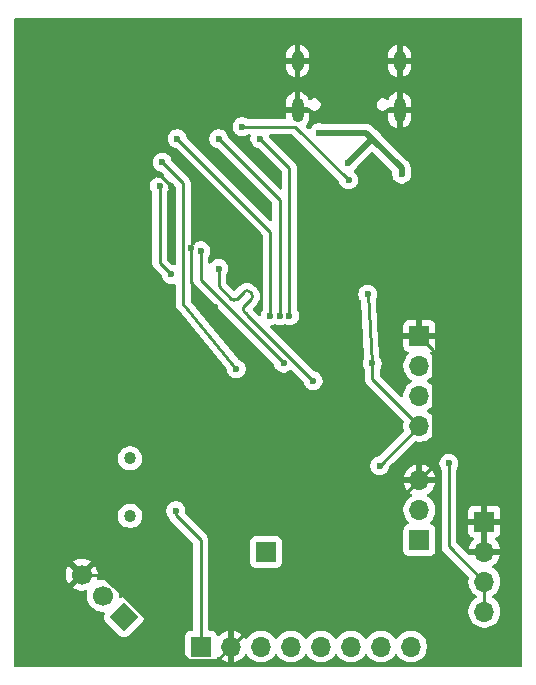
<source format=gbr>
%TF.GenerationSoftware,KiCad,Pcbnew,9.0.0*%
%TF.CreationDate,2025-04-07T16:42:38-05:00*%
%TF.ProjectId,Project 2.0,50726f6a-6563-4742-9032-2e302e6b6963,rev?*%
%TF.SameCoordinates,Original*%
%TF.FileFunction,Copper,L2,Bot*%
%TF.FilePolarity,Positive*%
%FSLAX46Y46*%
G04 Gerber Fmt 4.6, Leading zero omitted, Abs format (unit mm)*
G04 Created by KiCad (PCBNEW 9.0.0) date 2025-04-07 16:42:38*
%MOMM*%
%LPD*%
G01*
G04 APERTURE LIST*
G04 Aperture macros list*
%AMHorizOval*
0 Thick line with rounded ends*
0 $1 width*
0 $2 $3 position (X,Y) of the first rounded end (center of the circle)*
0 $4 $5 position (X,Y) of the second rounded end (center of the circle)*
0 Add line between two ends*
20,1,$1,$2,$3,$4,$5,0*
0 Add two circle primitives to create the rounded ends*
1,1,$1,$2,$3*
1,1,$1,$4,$5*%
%AMRotRect*
0 Rectangle, with rotation*
0 The origin of the aperture is its center*
0 $1 length*
0 $2 width*
0 $3 Rotation angle, in degrees counterclockwise*
0 Add horizontal line*
21,1,$1,$2,0,0,$3*%
G04 Aperture macros list end*
%TA.AperFunction,ComponentPad*%
%ADD10R,1.700000X1.700000*%
%TD*%
%TA.AperFunction,ComponentPad*%
%ADD11O,1.700000X1.700000*%
%TD*%
%TA.AperFunction,ComponentPad*%
%ADD12RotRect,1.700000X1.700000X225.000000*%
%TD*%
%TA.AperFunction,ComponentPad*%
%ADD13HorizOval,1.700000X0.000000X0.000000X0.000000X0.000000X0*%
%TD*%
%TA.AperFunction,ComponentPad*%
%ADD14C,1.030000*%
%TD*%
%TA.AperFunction,HeatsinkPad*%
%ADD15O,1.000000X2.100000*%
%TD*%
%TA.AperFunction,HeatsinkPad*%
%ADD16O,1.000000X1.800000*%
%TD*%
%TA.AperFunction,ViaPad*%
%ADD17C,0.600000*%
%TD*%
%TA.AperFunction,Conductor*%
%ADD18C,0.254000*%
%TD*%
%TA.AperFunction,Conductor*%
%ADD19C,0.508000*%
%TD*%
G04 APERTURE END LIST*
D10*
%TO.P,J8,1,Pin_1*%
%TO.N,GND*%
X197800000Y-93170000D03*
D11*
%TO.P,J8,2,Pin_2*%
X197800000Y-95710000D03*
%TO.P,J8,3,Pin_3*%
%TO.N,VCC*%
X197800000Y-98250000D03*
%TO.P,J8,4,Pin_4*%
X197800000Y-100790000D03*
%TD*%
D12*
%TO.P,J3,1,Pin_1*%
%TO.N,/UART2_RX*%
X167300000Y-101250000D03*
D13*
%TO.P,J3,2,Pin_2*%
%TO.N,/UART2_TX*%
X165503949Y-99453949D03*
%TO.P,J3,3,Pin_3*%
%TO.N,GND*%
X163707898Y-97657898D03*
%TD*%
D14*
%TO.P,Y1,1*%
%TO.N,/OSC_IN*%
X167800000Y-87809999D03*
%TO.P,Y1,2*%
%TO.N,/OSC_OUT*%
X167800000Y-92690001D03*
%TD*%
D10*
%TO.P,J7,1,Pin_1*%
%TO.N,/SPI1_MISO*%
X179300000Y-95750000D03*
%TD*%
%TO.P,J10,1,Pin_1*%
%TO.N,GND*%
X192300000Y-77450000D03*
D11*
%TO.P,J10,2,Pin_2*%
%TO.N,/SWCLK*%
X192300000Y-79990000D03*
%TO.P,J10,3,Pin_3*%
%TO.N,/SWDIO*%
X192300000Y-82530000D03*
%TO.P,J10,4,Pin_4*%
%TO.N,VCC*%
X192300000Y-85070000D03*
%TD*%
D15*
%TO.P,J11,S1,SHIELD*%
%TO.N,GND*%
X190620000Y-58355000D03*
D16*
X190620000Y-54175000D03*
D15*
X181980000Y-58355000D03*
D16*
X181980000Y-54175000D03*
%TD*%
D10*
%TO.P,J9,1,Pin_1*%
%TO.N,/UART1_TX*%
X192300000Y-94750000D03*
D11*
%TO.P,J9,2,Pin_2*%
%TO.N,/UART1_RX*%
X192300000Y-92210000D03*
%TO.P,J9,3,Pin_3*%
%TO.N,GND*%
X192300000Y-89670001D03*
%TD*%
D10*
%TO.P,J6,1,Pin_1*%
%TO.N,VCC*%
X173800000Y-103750000D03*
D11*
%TO.P,J6,2,Pin_2*%
%TO.N,GND*%
X176340000Y-103750000D03*
%TO.P,J6,3,Pin_3*%
%TO.N,/SPI1_SCK*%
X178879999Y-103750000D03*
%TO.P,J6,4,Pin_4*%
%TO.N,/SPI1_MOSI*%
X181420000Y-103750000D03*
%TO.P,J6,5,Pin_5*%
%TO.N,/CS*%
X183960000Y-103750000D03*
%TO.P,J6,6,Pin_6*%
%TO.N,/DC*%
X186500000Y-103750000D03*
%TO.P,J6,7,Pin_7*%
%TO.N,/RST*%
X189040000Y-103750000D03*
%TO.P,J6,8,Pin_8*%
%TO.N,/BL*%
X191580001Y-103750000D03*
%TD*%
D17*
%TO.N,VCC*%
X187933224Y-73933224D03*
X188300000Y-79750000D03*
X170300000Y-64750000D03*
X177300000Y-59750000D03*
X186300000Y-64250000D03*
X188935000Y-88435000D03*
X171673000Y-92250000D03*
X171300000Y-72250000D03*
X194800000Y-88250000D03*
%TO.N,GND*%
X175000000Y-75000000D03*
X173000000Y-70000000D03*
X172000000Y-85500000D03*
X188000000Y-90500000D03*
X192000000Y-66500000D03*
X170331644Y-63831644D03*
X195000000Y-97500000D03*
X190000000Y-94806000D03*
X171250000Y-64750000D03*
X173500000Y-66000000D03*
X177500000Y-67727018D03*
X192000000Y-62000000D03*
%TO.N,/NRST*%
X176800000Y-80250000D03*
X170525002Y-62750000D03*
%TO.N,/VIN*%
X188300000Y-60750000D03*
X186275000Y-62775000D03*
X183800000Y-60250000D03*
X190800000Y-63750000D03*
%TO.N,/LED1*%
X178800000Y-60750000D03*
X181300000Y-75750000D03*
%TO.N,/LED2*%
X180479199Y-75740546D03*
X175300000Y-60750000D03*
%TO.N,/LED3*%
X179679274Y-75751680D03*
X171800000Y-60750000D03*
%TO.N,/USB_D-*%
X183300000Y-81250000D03*
X175300000Y-71750000D03*
%TO.N,/USB_D+*%
X180800000Y-79750000D03*
X173800000Y-70250000D03*
%TD*%
D18*
%TO.N,VCC*%
X187933224Y-73933224D02*
X188300000Y-79750000D01*
X188300000Y-81070000D02*
X192300000Y-85070000D01*
X188935000Y-88435000D02*
X192300000Y-85070000D01*
X181800000Y-59750000D02*
X177300000Y-59750000D01*
X194800000Y-95250000D02*
X197800000Y-98250000D01*
X171673000Y-92250000D02*
X171673000Y-92623000D01*
X188300000Y-79750000D02*
X188300000Y-81070000D01*
X170300000Y-64750000D02*
X170300000Y-71250000D01*
X197800000Y-98250000D02*
X197800000Y-100790000D01*
X170300000Y-71250000D02*
X171300000Y-72250000D01*
X173800000Y-94750000D02*
X173800000Y-103750000D01*
X194800000Y-88250000D02*
X194800000Y-95250000D01*
X186300000Y-64250000D02*
X181800000Y-59750000D01*
X171673000Y-92623000D02*
X173800000Y-94750000D01*
%TO.N,GND*%
X176340000Y-103750000D02*
X182590000Y-97500000D01*
X165417898Y-97657898D02*
X172688000Y-104928000D01*
X172000000Y-91000000D02*
X176340000Y-95340000D01*
X172000000Y-85500000D02*
X172000000Y-91000000D01*
X182590000Y-97500000D02*
X195000000Y-97500000D01*
X173000000Y-73000000D02*
X175000000Y-75000000D01*
X175162000Y-104928000D02*
X176340000Y-103750000D01*
X192000000Y-62000000D02*
X192000000Y-66500000D01*
X188000000Y-90500000D02*
X188829999Y-89670001D01*
X193478000Y-78628000D02*
X192300000Y-77450000D01*
X172688000Y-104928000D02*
X175162000Y-104928000D01*
X163707898Y-97657898D02*
X165417898Y-97657898D01*
X177500000Y-67727018D02*
X175772982Y-66000000D01*
X170331644Y-63831644D02*
X171250000Y-64750000D01*
X190000000Y-91970001D02*
X190000000Y-94806000D01*
X173000000Y-70000000D02*
X173000000Y-73000000D01*
X175772982Y-66000000D02*
X173500000Y-66000000D01*
X192300000Y-89670001D02*
X190000000Y-91970001D01*
X176340000Y-95340000D02*
X176340000Y-103750000D01*
X192300000Y-89670001D02*
X193478000Y-88492001D01*
X188829999Y-89670001D02*
X192300000Y-89670001D01*
X193478000Y-88492001D02*
X193478000Y-78628000D01*
%TO.N,/NRST*%
X170525002Y-62750000D02*
X172300000Y-64524998D01*
X172300000Y-74750000D02*
X176800000Y-80250000D01*
X172300000Y-64524998D02*
X172300000Y-74750000D01*
D19*
%TO.N,/VIN*%
X183800000Y-60250000D02*
X183800000Y-60300000D01*
X183800000Y-60250000D02*
X187800000Y-60250000D01*
X187800000Y-60250000D02*
X188300000Y-60750000D01*
X188300000Y-60750000D02*
X190800000Y-63250000D01*
X190800000Y-63250000D02*
X190800000Y-63750000D01*
X188300000Y-60750000D02*
X186275000Y-62775000D01*
D18*
%TO.N,/LED1*%
X181300000Y-75750000D02*
X181300000Y-63250000D01*
X181300000Y-63250000D02*
X178800000Y-60750000D01*
%TO.N,/LED2*%
X180479199Y-65929199D02*
X175300000Y-60750000D01*
X180479199Y-75740546D02*
X180479199Y-65929199D01*
%TO.N,/LED3*%
X179679274Y-75751680D02*
X179679274Y-68629274D01*
X179679274Y-68629274D02*
X171800000Y-60750000D01*
%TO.N,/USB_D-*%
X177953904Y-73726016D02*
X178075526Y-73847638D01*
X175300000Y-73250000D02*
X176378471Y-74328471D01*
X177821042Y-75771042D02*
X183300000Y-81250000D01*
X177473071Y-75423071D02*
X177594694Y-75544694D01*
X175300000Y-71750000D02*
X175300000Y-73250000D01*
X176864961Y-74328472D02*
X177467414Y-73726016D01*
X177594694Y-75544694D02*
X177821042Y-75771042D01*
X178075527Y-74334128D02*
X177473071Y-74936581D01*
X177467414Y-73726016D02*
G75*
G02*
X177953904Y-73726016I243245J-243246D01*
G01*
X176378471Y-74328471D02*
G75*
G03*
X176864945Y-74328456I243229J243271D01*
G01*
X178075526Y-73847638D02*
G75*
G02*
X178075544Y-74334145I-243226J-243262D01*
G01*
X177473071Y-74936581D02*
G75*
G03*
X177473097Y-75423045I243229J-243219D01*
G01*
%TO.N,/USB_D+*%
X173800000Y-70250000D02*
X173800000Y-72750000D01*
X180800000Y-79750000D02*
X173800000Y-72750000D01*
%TD*%
%TA.AperFunction,Conductor*%
%TO.N,GND*%
G36*
X198050000Y-95276988D02*
G01*
X197992993Y-95244075D01*
X197865826Y-95210000D01*
X197734174Y-95210000D01*
X197607007Y-95244075D01*
X197550000Y-95276988D01*
X197550000Y-93603012D01*
X197607007Y-93635925D01*
X197734174Y-93670000D01*
X197865826Y-93670000D01*
X197992993Y-93635925D01*
X198050000Y-93603012D01*
X198050000Y-95276988D01*
G37*
%TD.AperFunction*%
%TA.AperFunction,Conductor*%
G36*
X171225587Y-64356559D02*
G01*
X171274119Y-64386536D01*
X171636181Y-64748598D01*
X171669666Y-64809921D01*
X171672500Y-64836279D01*
X171672500Y-71356817D01*
X171666564Y-71377031D01*
X171665437Y-71398069D01*
X171656917Y-71409883D01*
X171652815Y-71423856D01*
X171636895Y-71437650D01*
X171624571Y-71454742D01*
X171611015Y-71460075D01*
X171600011Y-71469611D01*
X171579158Y-71472609D01*
X171559553Y-71480323D01*
X171534755Y-71478993D01*
X171530853Y-71479555D01*
X171524309Y-71478434D01*
X171425816Y-71458843D01*
X171363905Y-71426459D01*
X171362326Y-71424907D01*
X170963819Y-71026400D01*
X170930334Y-70965077D01*
X170927500Y-70938719D01*
X170927500Y-65289356D01*
X170947185Y-65222317D01*
X170948398Y-65220465D01*
X171009394Y-65129179D01*
X171069737Y-64983497D01*
X171100500Y-64828842D01*
X171100500Y-64671158D01*
X171100500Y-64671155D01*
X171100499Y-64671153D01*
X171069738Y-64516510D01*
X171069737Y-64516503D01*
X171069732Y-64516492D01*
X171067969Y-64510676D01*
X171070610Y-64509874D01*
X171064406Y-64452211D01*
X171095676Y-64389729D01*
X171155761Y-64354071D01*
X171225587Y-64356559D01*
G37*
%TD.AperFunction*%
%TA.AperFunction,Conductor*%
G36*
X200943039Y-50520185D02*
G01*
X200988794Y-50572989D01*
X201000000Y-50624500D01*
X201000000Y-105375500D01*
X200980315Y-105442539D01*
X200927511Y-105488294D01*
X200876000Y-105499500D01*
X158124000Y-105499500D01*
X158056961Y-105479815D01*
X158011206Y-105427011D01*
X158000000Y-105375500D01*
X158000000Y-97551651D01*
X162357898Y-97551651D01*
X162357898Y-97764144D01*
X162391140Y-97974025D01*
X162391140Y-97974028D01*
X162456802Y-98176115D01*
X162553273Y-98365448D01*
X162592626Y-98419614D01*
X163224935Y-97787306D01*
X163241973Y-97850891D01*
X163307799Y-97964905D01*
X163400891Y-98057997D01*
X163514905Y-98123823D01*
X163578488Y-98140860D01*
X162946180Y-98773167D01*
X162946180Y-98773168D01*
X163000347Y-98812522D01*
X163189680Y-98908993D01*
X163391768Y-98974655D01*
X163601652Y-99007898D01*
X163814144Y-99007898D01*
X164024025Y-98974655D01*
X164033674Y-98971520D01*
X164103515Y-98969519D01*
X164163350Y-99005595D01*
X164194183Y-99068294D01*
X164189935Y-99127758D01*
X164186702Y-99137709D01*
X164164149Y-99280103D01*
X164153449Y-99347662D01*
X164153449Y-99560236D01*
X164153848Y-99562753D01*
X164169275Y-99660160D01*
X164186703Y-99770192D01*
X164232197Y-99910208D01*
X164252393Y-99972363D01*
X164348900Y-100161769D01*
X164473839Y-100333735D01*
X164624162Y-100484058D01*
X164796128Y-100608997D01*
X164796130Y-100608998D01*
X164796133Y-100609000D01*
X164985537Y-100705506D01*
X165187706Y-100771195D01*
X165397662Y-100804449D01*
X165397663Y-100804449D01*
X165558224Y-100804449D01*
X165625263Y-100824134D01*
X165671018Y-100876938D01*
X165680962Y-100946096D01*
X165671018Y-100979961D01*
X165612753Y-101107540D01*
X165612752Y-101107544D01*
X165592272Y-101250000D01*
X165612752Y-101392455D01*
X165612753Y-101392459D01*
X165672539Y-101523370D01*
X165672540Y-101523371D01*
X165672541Y-101523373D01*
X165710160Y-101570056D01*
X165710163Y-101570059D01*
X165710168Y-101570065D01*
X166797770Y-102657664D01*
X166979944Y-102839838D01*
X166979948Y-102839841D01*
X166979950Y-102839843D01*
X167026626Y-102877459D01*
X167157540Y-102937246D01*
X167157541Y-102937246D01*
X167157543Y-102937247D01*
X167300000Y-102957728D01*
X167442457Y-102937247D01*
X167573373Y-102877459D01*
X167620056Y-102839840D01*
X168889838Y-101570056D01*
X168927459Y-101523373D01*
X168987247Y-101392457D01*
X169007728Y-101250000D01*
X168987247Y-101107543D01*
X168986653Y-101106243D01*
X168927460Y-100976629D01*
X168927459Y-100976628D01*
X168927459Y-100976627D01*
X168889840Y-100929944D01*
X168889835Y-100929939D01*
X168889831Y-100929934D01*
X167620059Y-99660165D01*
X167620053Y-99660160D01*
X167620049Y-99660156D01*
X167573373Y-99622540D01*
X167442459Y-99562753D01*
X167442455Y-99562752D01*
X167300000Y-99542272D01*
X167157544Y-99562752D01*
X167157536Y-99562754D01*
X167029960Y-99621017D01*
X166960802Y-99630961D01*
X166897246Y-99601936D01*
X166859472Y-99543158D01*
X166854449Y-99508223D01*
X166854449Y-99347662D01*
X166843749Y-99280104D01*
X166821195Y-99137706D01*
X166755506Y-98935537D01*
X166659000Y-98746133D01*
X166658998Y-98746130D01*
X166658997Y-98746128D01*
X166534058Y-98574162D01*
X166383735Y-98423839D01*
X166211769Y-98298900D01*
X166022363Y-98202393D01*
X166022362Y-98202392D01*
X166022361Y-98202392D01*
X165820192Y-98136703D01*
X165820190Y-98136702D01*
X165820189Y-98136702D01*
X165625338Y-98105841D01*
X165610236Y-98103449D01*
X165397662Y-98103449D01*
X165382560Y-98105841D01*
X165187709Y-98136702D01*
X165177758Y-98139935D01*
X165107917Y-98141925D01*
X165048087Y-98105841D01*
X165017263Y-98043138D01*
X165021520Y-97983674D01*
X165024655Y-97974025D01*
X165057898Y-97764144D01*
X165057898Y-97551651D01*
X165024655Y-97341770D01*
X165024655Y-97341767D01*
X164958993Y-97139680D01*
X164862522Y-96950347D01*
X164823168Y-96896180D01*
X164823167Y-96896180D01*
X164190860Y-97528488D01*
X164173823Y-97464905D01*
X164107997Y-97350891D01*
X164014905Y-97257799D01*
X163900891Y-97191973D01*
X163837307Y-97174935D01*
X164469614Y-96542626D01*
X164415448Y-96503273D01*
X164226115Y-96406802D01*
X164024027Y-96341140D01*
X163814144Y-96307898D01*
X163601652Y-96307898D01*
X163391770Y-96341140D01*
X163391767Y-96341140D01*
X163189680Y-96406802D01*
X163000337Y-96503278D01*
X162946180Y-96542625D01*
X162946180Y-96542626D01*
X163578489Y-97174935D01*
X163514905Y-97191973D01*
X163400891Y-97257799D01*
X163307799Y-97350891D01*
X163241973Y-97464905D01*
X163224935Y-97528489D01*
X162592626Y-96896180D01*
X162592625Y-96896180D01*
X162553278Y-96950337D01*
X162456802Y-97139680D01*
X162391140Y-97341767D01*
X162391140Y-97341770D01*
X162357898Y-97551651D01*
X158000000Y-97551651D01*
X158000000Y-92589978D01*
X166784500Y-92589978D01*
X166784500Y-92790023D01*
X166823523Y-92986204D01*
X166823526Y-92986216D01*
X166900071Y-93171014D01*
X166900078Y-93171027D01*
X167011208Y-93337344D01*
X167011211Y-93337348D01*
X167152652Y-93478789D01*
X167152656Y-93478792D01*
X167318973Y-93589922D01*
X167318986Y-93589929D01*
X167503784Y-93666474D01*
X167503789Y-93666476D01*
X167699977Y-93705500D01*
X167699981Y-93705501D01*
X167699982Y-93705501D01*
X167900019Y-93705501D01*
X167900020Y-93705500D01*
X168096211Y-93666476D01*
X168281020Y-93589926D01*
X168447344Y-93478792D01*
X168588791Y-93337345D01*
X168699925Y-93171021D01*
X168776475Y-92986212D01*
X168815500Y-92790019D01*
X168815500Y-92589983D01*
X168776475Y-92393790D01*
X168776473Y-92393785D01*
X168701405Y-92212552D01*
X168701392Y-92212522D01*
X168699926Y-92208983D01*
X168699921Y-92208974D01*
X168674650Y-92171153D01*
X170872500Y-92171153D01*
X170872500Y-92328846D01*
X170903261Y-92483489D01*
X170903264Y-92483501D01*
X170963602Y-92629172D01*
X170963609Y-92629185D01*
X171050754Y-92759606D01*
X171061832Y-92780136D01*
X171066791Y-92791844D01*
X171069614Y-92806035D01*
X171103062Y-92886784D01*
X171116917Y-92920233D01*
X171122023Y-92927874D01*
X171160998Y-92986204D01*
X171185590Y-93023010D01*
X171185591Y-93023011D01*
X173136181Y-94973600D01*
X173169666Y-95034923D01*
X173172500Y-95061281D01*
X173172500Y-102275500D01*
X173152815Y-102342539D01*
X173100011Y-102388294D01*
X173048501Y-102399500D01*
X172902130Y-102399500D01*
X172902123Y-102399501D01*
X172842516Y-102405908D01*
X172707671Y-102456202D01*
X172707664Y-102456206D01*
X172592455Y-102542452D01*
X172592452Y-102542455D01*
X172506206Y-102657664D01*
X172506202Y-102657671D01*
X172455908Y-102792517D01*
X172449501Y-102852116D01*
X172449500Y-102852135D01*
X172449500Y-104647870D01*
X172449501Y-104647876D01*
X172455908Y-104707483D01*
X172506202Y-104842328D01*
X172506206Y-104842335D01*
X172592452Y-104957544D01*
X172592455Y-104957547D01*
X172707664Y-105043793D01*
X172707671Y-105043797D01*
X172842517Y-105094091D01*
X172842516Y-105094091D01*
X172849444Y-105094835D01*
X172902127Y-105100500D01*
X174697872Y-105100499D01*
X174757483Y-105094091D01*
X174892331Y-105043796D01*
X175007546Y-104957546D01*
X175093796Y-104842331D01*
X175143002Y-104710401D01*
X175184872Y-104654468D01*
X175250337Y-104630050D01*
X175318610Y-104644901D01*
X175346865Y-104666053D01*
X175460535Y-104779723D01*
X175460540Y-104779727D01*
X175632442Y-104904620D01*
X175821782Y-105001095D01*
X176023871Y-105066757D01*
X176090000Y-105077231D01*
X176090000Y-104183012D01*
X176147007Y-104215925D01*
X176274174Y-104250000D01*
X176405826Y-104250000D01*
X176532993Y-104215925D01*
X176590000Y-104183012D01*
X176590000Y-105077230D01*
X176656126Y-105066757D01*
X176656129Y-105066757D01*
X176858217Y-105001095D01*
X177047557Y-104904620D01*
X177219459Y-104779727D01*
X177219464Y-104779723D01*
X177369723Y-104629464D01*
X177369727Y-104629459D01*
X177494621Y-104457556D01*
X177499230Y-104448511D01*
X177547201Y-104397712D01*
X177615021Y-104380912D01*
X177681157Y-104403446D01*
X177720201Y-104448501D01*
X177724948Y-104457817D01*
X177849889Y-104629786D01*
X178000212Y-104780109D01*
X178172178Y-104905048D01*
X178172180Y-104905049D01*
X178172183Y-104905051D01*
X178361587Y-105001557D01*
X178563756Y-105067246D01*
X178773712Y-105100500D01*
X178773713Y-105100500D01*
X178986285Y-105100500D01*
X178986286Y-105100500D01*
X179196242Y-105067246D01*
X179398411Y-105001557D01*
X179587815Y-104905051D01*
X179674137Y-104842335D01*
X179759785Y-104780109D01*
X179759787Y-104780106D01*
X179759791Y-104780104D01*
X179910103Y-104629792D01*
X179910105Y-104629788D01*
X179910108Y-104629786D01*
X180035047Y-104457821D01*
X180035182Y-104457556D01*
X180039512Y-104449056D01*
X180087483Y-104398260D01*
X180155303Y-104381462D01*
X180221439Y-104403996D01*
X180260483Y-104449052D01*
X180264949Y-104457817D01*
X180389890Y-104629786D01*
X180540213Y-104780109D01*
X180712179Y-104905048D01*
X180712181Y-104905049D01*
X180712184Y-104905051D01*
X180901588Y-105001557D01*
X181103757Y-105067246D01*
X181313713Y-105100500D01*
X181313714Y-105100500D01*
X181526286Y-105100500D01*
X181526287Y-105100500D01*
X181736243Y-105067246D01*
X181938412Y-105001557D01*
X182127816Y-104905051D01*
X182214138Y-104842335D01*
X182299786Y-104780109D01*
X182299788Y-104780106D01*
X182299792Y-104780104D01*
X182450104Y-104629792D01*
X182450106Y-104629788D01*
X182450109Y-104629786D01*
X182575048Y-104457820D01*
X182575050Y-104457817D01*
X182575051Y-104457816D01*
X182579514Y-104449054D01*
X182627488Y-104398259D01*
X182695308Y-104381463D01*
X182761444Y-104403999D01*
X182800484Y-104449054D01*
X182804591Y-104457115D01*
X182804951Y-104457820D01*
X182929890Y-104629786D01*
X183080213Y-104780109D01*
X183252179Y-104905048D01*
X183252181Y-104905049D01*
X183252184Y-104905051D01*
X183441588Y-105001557D01*
X183643757Y-105067246D01*
X183853713Y-105100500D01*
X183853714Y-105100500D01*
X184066286Y-105100500D01*
X184066287Y-105100500D01*
X184276243Y-105067246D01*
X184478412Y-105001557D01*
X184667816Y-104905051D01*
X184754138Y-104842335D01*
X184839786Y-104780109D01*
X184839788Y-104780106D01*
X184839792Y-104780104D01*
X184990104Y-104629792D01*
X184990106Y-104629788D01*
X184990109Y-104629786D01*
X185115048Y-104457820D01*
X185115050Y-104457817D01*
X185115051Y-104457816D01*
X185119514Y-104449054D01*
X185167488Y-104398259D01*
X185235308Y-104381463D01*
X185301444Y-104403999D01*
X185340484Y-104449054D01*
X185344591Y-104457115D01*
X185344951Y-104457820D01*
X185469890Y-104629786D01*
X185620213Y-104780109D01*
X185792179Y-104905048D01*
X185792181Y-104905049D01*
X185792184Y-104905051D01*
X185981588Y-105001557D01*
X186183757Y-105067246D01*
X186393713Y-105100500D01*
X186393714Y-105100500D01*
X186606286Y-105100500D01*
X186606287Y-105100500D01*
X186816243Y-105067246D01*
X187018412Y-105001557D01*
X187207816Y-104905051D01*
X187294138Y-104842335D01*
X187379786Y-104780109D01*
X187379788Y-104780106D01*
X187379792Y-104780104D01*
X187530104Y-104629792D01*
X187530106Y-104629788D01*
X187530109Y-104629786D01*
X187655048Y-104457820D01*
X187655050Y-104457817D01*
X187655051Y-104457816D01*
X187659514Y-104449054D01*
X187707488Y-104398259D01*
X187775308Y-104381463D01*
X187841444Y-104403999D01*
X187880484Y-104449054D01*
X187884591Y-104457115D01*
X187884951Y-104457820D01*
X188009890Y-104629786D01*
X188160213Y-104780109D01*
X188332179Y-104905048D01*
X188332181Y-104905049D01*
X188332184Y-104905051D01*
X188521588Y-105001557D01*
X188723757Y-105067246D01*
X188933713Y-105100500D01*
X188933714Y-105100500D01*
X189146286Y-105100500D01*
X189146287Y-105100500D01*
X189356243Y-105067246D01*
X189558412Y-105001557D01*
X189747816Y-104905051D01*
X189834138Y-104842335D01*
X189919786Y-104780109D01*
X189919788Y-104780106D01*
X189919792Y-104780104D01*
X190070104Y-104629792D01*
X190070106Y-104629788D01*
X190070109Y-104629786D01*
X190195048Y-104457821D01*
X190195183Y-104457556D01*
X190199513Y-104449056D01*
X190247484Y-104398260D01*
X190315304Y-104381462D01*
X190381440Y-104403996D01*
X190420484Y-104449052D01*
X190424950Y-104457817D01*
X190549891Y-104629786D01*
X190700214Y-104780109D01*
X190872180Y-104905048D01*
X190872182Y-104905049D01*
X190872185Y-104905051D01*
X191061589Y-105001557D01*
X191263758Y-105067246D01*
X191473714Y-105100500D01*
X191473715Y-105100500D01*
X191686287Y-105100500D01*
X191686288Y-105100500D01*
X191896244Y-105067246D01*
X192098413Y-105001557D01*
X192287817Y-104905051D01*
X192374139Y-104842335D01*
X192459787Y-104780109D01*
X192459789Y-104780106D01*
X192459793Y-104780104D01*
X192610105Y-104629792D01*
X192610107Y-104629788D01*
X192610110Y-104629786D01*
X192735049Y-104457820D01*
X192735051Y-104457817D01*
X192735052Y-104457816D01*
X192831558Y-104268412D01*
X192897247Y-104066243D01*
X192930501Y-103856287D01*
X192930501Y-103643713D01*
X192897247Y-103433757D01*
X192831558Y-103231588D01*
X192735052Y-103042184D01*
X192735050Y-103042181D01*
X192735049Y-103042179D01*
X192610110Y-102870213D01*
X192459787Y-102719890D01*
X192287821Y-102594951D01*
X192098415Y-102498444D01*
X192098414Y-102498443D01*
X192098413Y-102498443D01*
X191896244Y-102432754D01*
X191896242Y-102432753D01*
X191896241Y-102432753D01*
X191734958Y-102407208D01*
X191686288Y-102399500D01*
X191473714Y-102399500D01*
X191425043Y-102407208D01*
X191263761Y-102432753D01*
X191061586Y-102498444D01*
X190872180Y-102594951D01*
X190700214Y-102719890D01*
X190549891Y-102870213D01*
X190424949Y-103042184D01*
X190424947Y-103042187D01*
X190420482Y-103050950D01*
X190372506Y-103101744D01*
X190304684Y-103118537D01*
X190238550Y-103095997D01*
X190199514Y-103050944D01*
X190195051Y-103042184D01*
X190195049Y-103042181D01*
X190195048Y-103042179D01*
X190070109Y-102870213D01*
X189919786Y-102719890D01*
X189747820Y-102594951D01*
X189558414Y-102498444D01*
X189558413Y-102498443D01*
X189558412Y-102498443D01*
X189356243Y-102432754D01*
X189356241Y-102432753D01*
X189356240Y-102432753D01*
X189194957Y-102407208D01*
X189146287Y-102399500D01*
X188933713Y-102399500D01*
X188885042Y-102407208D01*
X188723760Y-102432753D01*
X188521585Y-102498444D01*
X188332179Y-102594951D01*
X188160213Y-102719890D01*
X188009890Y-102870213D01*
X187884949Y-103042182D01*
X187880484Y-103050946D01*
X187832509Y-103101742D01*
X187764688Y-103118536D01*
X187698553Y-103095998D01*
X187659516Y-103050946D01*
X187655050Y-103042182D01*
X187530109Y-102870213D01*
X187379786Y-102719890D01*
X187207820Y-102594951D01*
X187018414Y-102498444D01*
X187018413Y-102498443D01*
X187018412Y-102498443D01*
X186816243Y-102432754D01*
X186816241Y-102432753D01*
X186816240Y-102432753D01*
X186654957Y-102407208D01*
X186606287Y-102399500D01*
X186393713Y-102399500D01*
X186345042Y-102407208D01*
X186183760Y-102432753D01*
X185981585Y-102498444D01*
X185792179Y-102594951D01*
X185620213Y-102719890D01*
X185469890Y-102870213D01*
X185344949Y-103042182D01*
X185340484Y-103050946D01*
X185292509Y-103101742D01*
X185224688Y-103118536D01*
X185158553Y-103095998D01*
X185119516Y-103050946D01*
X185115050Y-103042182D01*
X184990109Y-102870213D01*
X184839786Y-102719890D01*
X184667820Y-102594951D01*
X184478414Y-102498444D01*
X184478413Y-102498443D01*
X184478412Y-102498443D01*
X184276243Y-102432754D01*
X184276241Y-102432753D01*
X184276240Y-102432753D01*
X184114957Y-102407208D01*
X184066287Y-102399500D01*
X183853713Y-102399500D01*
X183805042Y-102407208D01*
X183643760Y-102432753D01*
X183441585Y-102498444D01*
X183252179Y-102594951D01*
X183080213Y-102719890D01*
X182929890Y-102870213D01*
X182804949Y-103042182D01*
X182800484Y-103050946D01*
X182752509Y-103101742D01*
X182684688Y-103118536D01*
X182618553Y-103095998D01*
X182579516Y-103050946D01*
X182575050Y-103042182D01*
X182450109Y-102870213D01*
X182299786Y-102719890D01*
X182127820Y-102594951D01*
X181938414Y-102498444D01*
X181938413Y-102498443D01*
X181938412Y-102498443D01*
X181736243Y-102432754D01*
X181736241Y-102432753D01*
X181736240Y-102432753D01*
X181574957Y-102407208D01*
X181526287Y-102399500D01*
X181313713Y-102399500D01*
X181265042Y-102407208D01*
X181103760Y-102432753D01*
X180901585Y-102498444D01*
X180712179Y-102594951D01*
X180540213Y-102719890D01*
X180389890Y-102870213D01*
X180264948Y-103042184D01*
X180264946Y-103042187D01*
X180260481Y-103050950D01*
X180212505Y-103101744D01*
X180144683Y-103118537D01*
X180078549Y-103095997D01*
X180039513Y-103050944D01*
X180035050Y-103042184D01*
X180035048Y-103042181D01*
X180035047Y-103042179D01*
X179910108Y-102870213D01*
X179759785Y-102719890D01*
X179587819Y-102594951D01*
X179398413Y-102498444D01*
X179398412Y-102498443D01*
X179398411Y-102498443D01*
X179196242Y-102432754D01*
X179196240Y-102432753D01*
X179196239Y-102432753D01*
X179034956Y-102407208D01*
X178986286Y-102399500D01*
X178773712Y-102399500D01*
X178725041Y-102407208D01*
X178563759Y-102432753D01*
X178361584Y-102498444D01*
X178172178Y-102594951D01*
X178000212Y-102719890D01*
X177849889Y-102870213D01*
X177724949Y-103042181D01*
X177720200Y-103051501D01*
X177672222Y-103102294D01*
X177604401Y-103119086D01*
X177538267Y-103096545D01*
X177499231Y-103051491D01*
X177494620Y-103042441D01*
X177369727Y-102870540D01*
X177369723Y-102870535D01*
X177219464Y-102720276D01*
X177219459Y-102720272D01*
X177047557Y-102595379D01*
X176858215Y-102498903D01*
X176656124Y-102433241D01*
X176590000Y-102422768D01*
X176590000Y-103316988D01*
X176532993Y-103284075D01*
X176405826Y-103250000D01*
X176274174Y-103250000D01*
X176147007Y-103284075D01*
X176090000Y-103316988D01*
X176090000Y-102422768D01*
X176089999Y-102422768D01*
X176023875Y-102433241D01*
X175821784Y-102498903D01*
X175632442Y-102595379D01*
X175460541Y-102720271D01*
X175346865Y-102833947D01*
X175285542Y-102867431D01*
X175215850Y-102862447D01*
X175159917Y-102820575D01*
X175143002Y-102789598D01*
X175093797Y-102657671D01*
X175093793Y-102657664D01*
X175007547Y-102542455D01*
X175007544Y-102542452D01*
X174892335Y-102456206D01*
X174892328Y-102456202D01*
X174757482Y-102405908D01*
X174757483Y-102405908D01*
X174697883Y-102399501D01*
X174697881Y-102399500D01*
X174697873Y-102399500D01*
X174697865Y-102399500D01*
X174551500Y-102399500D01*
X174484461Y-102379815D01*
X174438706Y-102327011D01*
X174427500Y-102275500D01*
X174427500Y-94852135D01*
X177949500Y-94852135D01*
X177949500Y-96647870D01*
X177949501Y-96647876D01*
X177955908Y-96707483D01*
X178006202Y-96842328D01*
X178006206Y-96842335D01*
X178092452Y-96957544D01*
X178092455Y-96957547D01*
X178207664Y-97043793D01*
X178207671Y-97043797D01*
X178342517Y-97094091D01*
X178342516Y-97094091D01*
X178349444Y-97094835D01*
X178402127Y-97100500D01*
X180197872Y-97100499D01*
X180257483Y-97094091D01*
X180392331Y-97043796D01*
X180507546Y-96957546D01*
X180593796Y-96842331D01*
X180644091Y-96707483D01*
X180650500Y-96647873D01*
X180650499Y-94852128D01*
X180644091Y-94792517D01*
X180593796Y-94657669D01*
X180593795Y-94657668D01*
X180593793Y-94657664D01*
X180507547Y-94542455D01*
X180507544Y-94542452D01*
X180392335Y-94456206D01*
X180392328Y-94456202D01*
X180257482Y-94405908D01*
X180257483Y-94405908D01*
X180197883Y-94399501D01*
X180197881Y-94399500D01*
X180197873Y-94399500D01*
X180197864Y-94399500D01*
X178402129Y-94399500D01*
X178402123Y-94399501D01*
X178342516Y-94405908D01*
X178207671Y-94456202D01*
X178207664Y-94456206D01*
X178092455Y-94542452D01*
X178092452Y-94542455D01*
X178006206Y-94657664D01*
X178006202Y-94657671D01*
X177955908Y-94792517D01*
X177949501Y-94852116D01*
X177949501Y-94852123D01*
X177949500Y-94852135D01*
X174427500Y-94852135D01*
X174427500Y-94688194D01*
X174403386Y-94566970D01*
X174403385Y-94566969D01*
X174403385Y-94566965D01*
X174393232Y-94542454D01*
X174356086Y-94452773D01*
X174356079Y-94452760D01*
X174287412Y-94349993D01*
X174287411Y-94349992D01*
X174200008Y-94262589D01*
X172485983Y-92548564D01*
X172452498Y-92487241D01*
X172452047Y-92436691D01*
X172473500Y-92328844D01*
X172473500Y-92171155D01*
X172473499Y-92171153D01*
X172463928Y-92123032D01*
X172460085Y-92103713D01*
X190949500Y-92103713D01*
X190949500Y-92316286D01*
X190976576Y-92487241D01*
X190982754Y-92526243D01*
X191040535Y-92704075D01*
X191048444Y-92728414D01*
X191144951Y-92917820D01*
X191269890Y-93089786D01*
X191383430Y-93203326D01*
X191416915Y-93264649D01*
X191411931Y-93334341D01*
X191370059Y-93390274D01*
X191339083Y-93407189D01*
X191207669Y-93456203D01*
X191207664Y-93456206D01*
X191092455Y-93542452D01*
X191092452Y-93542455D01*
X191006206Y-93657664D01*
X191006202Y-93657671D01*
X190955908Y-93792517D01*
X190949501Y-93852116D01*
X190949501Y-93852123D01*
X190949500Y-93852135D01*
X190949500Y-95647870D01*
X190949501Y-95647872D01*
X190955908Y-95707483D01*
X191006202Y-95842328D01*
X191006206Y-95842335D01*
X191092452Y-95957544D01*
X191092455Y-95957547D01*
X191207664Y-96043793D01*
X191207671Y-96043797D01*
X191342517Y-96094091D01*
X191342516Y-96094091D01*
X191349444Y-96094835D01*
X191402127Y-96100500D01*
X193197872Y-96100499D01*
X193257483Y-96094091D01*
X193392331Y-96043796D01*
X193507546Y-95957546D01*
X193593796Y-95842331D01*
X193644091Y-95707483D01*
X193650500Y-95647873D01*
X193650499Y-93852128D01*
X193644091Y-93792517D01*
X193593796Y-93657669D01*
X193593795Y-93657668D01*
X193593793Y-93657664D01*
X193507547Y-93542455D01*
X193507544Y-93542452D01*
X193392335Y-93456206D01*
X193392328Y-93456202D01*
X193260917Y-93407189D01*
X193204983Y-93365318D01*
X193180566Y-93299853D01*
X193195418Y-93231580D01*
X193216563Y-93203332D01*
X193330104Y-93089792D01*
X193455051Y-92917816D01*
X193551557Y-92728412D01*
X193617246Y-92526243D01*
X193650500Y-92316287D01*
X193650500Y-92103713D01*
X193617246Y-91893757D01*
X193551557Y-91691588D01*
X193455051Y-91502184D01*
X193455049Y-91502181D01*
X193455048Y-91502179D01*
X193330109Y-91330213D01*
X193179786Y-91179890D01*
X193007817Y-91054949D01*
X192998501Y-91050202D01*
X192947707Y-91002227D01*
X192930913Y-90934405D01*
X192953452Y-90868271D01*
X192998511Y-90829231D01*
X193007556Y-90824622D01*
X193179459Y-90699728D01*
X193179464Y-90699724D01*
X193329723Y-90549465D01*
X193329727Y-90549460D01*
X193454620Y-90377558D01*
X193551095Y-90188218D01*
X193616757Y-89986130D01*
X193616757Y-89986127D01*
X193627231Y-89920001D01*
X192733012Y-89920001D01*
X192765925Y-89862994D01*
X192800000Y-89735827D01*
X192800000Y-89604175D01*
X192765925Y-89477008D01*
X192733012Y-89420001D01*
X193627231Y-89420001D01*
X193616757Y-89353874D01*
X193616757Y-89353871D01*
X193551095Y-89151783D01*
X193454620Y-88962443D01*
X193329727Y-88790541D01*
X193329723Y-88790536D01*
X193179464Y-88640277D01*
X193179459Y-88640273D01*
X193007557Y-88515380D01*
X192818215Y-88418904D01*
X192616124Y-88353242D01*
X192550000Y-88342769D01*
X192550000Y-89236989D01*
X192492993Y-89204076D01*
X192365826Y-89170001D01*
X192234174Y-89170001D01*
X192107007Y-89204076D01*
X192050000Y-89236989D01*
X192050000Y-88342769D01*
X192049999Y-88342769D01*
X191983875Y-88353242D01*
X191781784Y-88418904D01*
X191592442Y-88515380D01*
X191420540Y-88640273D01*
X191420535Y-88640277D01*
X191270276Y-88790536D01*
X191270272Y-88790541D01*
X191145379Y-88962443D01*
X191048904Y-89151783D01*
X190983242Y-89353871D01*
X190983242Y-89353874D01*
X190972769Y-89420001D01*
X191866988Y-89420001D01*
X191834075Y-89477008D01*
X191800000Y-89604175D01*
X191800000Y-89735827D01*
X191834075Y-89862994D01*
X191866988Y-89920001D01*
X190972769Y-89920001D01*
X190983242Y-89986127D01*
X190983242Y-89986130D01*
X191048904Y-90188218D01*
X191145379Y-90377558D01*
X191270272Y-90549460D01*
X191270276Y-90549465D01*
X191420535Y-90699724D01*
X191420540Y-90699728D01*
X191592441Y-90824621D01*
X191601491Y-90829232D01*
X191652289Y-90877205D01*
X191669086Y-90945026D01*
X191646551Y-91011161D01*
X191601501Y-91050201D01*
X191592181Y-91054950D01*
X191420213Y-91179890D01*
X191269890Y-91330213D01*
X191144951Y-91502179D01*
X191048444Y-91691585D01*
X190982753Y-91893760D01*
X190949500Y-92103713D01*
X172460085Y-92103713D01*
X172442738Y-92016508D01*
X172442737Y-92016507D01*
X172442737Y-92016503D01*
X172420498Y-91962812D01*
X172382397Y-91870827D01*
X172382390Y-91870814D01*
X172294789Y-91739711D01*
X172294786Y-91739707D01*
X172183292Y-91628213D01*
X172183288Y-91628210D01*
X172052185Y-91540609D01*
X172052172Y-91540602D01*
X171906501Y-91480264D01*
X171906489Y-91480261D01*
X171751845Y-91449500D01*
X171751842Y-91449500D01*
X171594158Y-91449500D01*
X171594155Y-91449500D01*
X171439510Y-91480261D01*
X171439498Y-91480264D01*
X171293827Y-91540602D01*
X171293814Y-91540609D01*
X171162711Y-91628210D01*
X171162707Y-91628213D01*
X171051213Y-91739707D01*
X171051210Y-91739711D01*
X170963609Y-91870814D01*
X170963602Y-91870827D01*
X170903264Y-92016498D01*
X170903261Y-92016510D01*
X170872500Y-92171153D01*
X168674650Y-92171153D01*
X168588791Y-92042657D01*
X168588788Y-92042653D01*
X168447347Y-91901212D01*
X168447343Y-91901209D01*
X168281026Y-91790079D01*
X168281013Y-91790072D01*
X168096215Y-91713527D01*
X168096203Y-91713524D01*
X167900022Y-91674501D01*
X167900018Y-91674501D01*
X167699982Y-91674501D01*
X167699977Y-91674501D01*
X167503796Y-91713524D01*
X167503784Y-91713527D01*
X167318986Y-91790072D01*
X167318973Y-91790079D01*
X167152656Y-91901209D01*
X167152652Y-91901212D01*
X167011211Y-92042653D01*
X167011208Y-92042657D01*
X166900078Y-92208974D01*
X166900071Y-92208987D01*
X166823526Y-92393785D01*
X166823523Y-92393797D01*
X166784500Y-92589978D01*
X158000000Y-92589978D01*
X158000000Y-87709976D01*
X166784500Y-87709976D01*
X166784500Y-87910021D01*
X166823523Y-88106202D01*
X166823526Y-88106214D01*
X166900071Y-88291012D01*
X166900078Y-88291025D01*
X167011208Y-88457342D01*
X167011211Y-88457346D01*
X167152652Y-88598787D01*
X167152656Y-88598790D01*
X167318973Y-88709920D01*
X167318986Y-88709927D01*
X167503784Y-88786472D01*
X167503789Y-88786474D01*
X167699977Y-88825498D01*
X167699981Y-88825499D01*
X167699982Y-88825499D01*
X167900019Y-88825499D01*
X167900020Y-88825498D01*
X168096211Y-88786474D01*
X168239144Y-88727269D01*
X168281013Y-88709927D01*
X168281013Y-88709926D01*
X168281020Y-88709924D01*
X168447344Y-88598790D01*
X168588791Y-88457343D01*
X168699925Y-88291019D01*
X168776475Y-88106210D01*
X168815500Y-87910017D01*
X168815500Y-87709981D01*
X168776475Y-87513788D01*
X168749846Y-87449500D01*
X168699928Y-87328985D01*
X168699921Y-87328972D01*
X168588791Y-87162655D01*
X168588788Y-87162651D01*
X168447347Y-87021210D01*
X168447343Y-87021207D01*
X168281026Y-86910077D01*
X168281013Y-86910070D01*
X168096215Y-86833525D01*
X168096203Y-86833522D01*
X167900022Y-86794499D01*
X167900018Y-86794499D01*
X167699982Y-86794499D01*
X167699977Y-86794499D01*
X167503796Y-86833522D01*
X167503784Y-86833525D01*
X167318986Y-86910070D01*
X167318973Y-86910077D01*
X167152656Y-87021207D01*
X167152652Y-87021210D01*
X167011211Y-87162651D01*
X167011208Y-87162655D01*
X166900078Y-87328972D01*
X166900071Y-87328985D01*
X166823526Y-87513783D01*
X166823523Y-87513795D01*
X166784500Y-87709976D01*
X158000000Y-87709976D01*
X158000000Y-64671153D01*
X169499500Y-64671153D01*
X169499500Y-64828846D01*
X169530261Y-64983489D01*
X169530264Y-64983501D01*
X169590603Y-65129174D01*
X169590604Y-65129175D01*
X169590606Y-65129179D01*
X169651602Y-65220465D01*
X169672480Y-65287142D01*
X169672500Y-65289356D01*
X169672500Y-71311807D01*
X169696612Y-71433027D01*
X169696614Y-71433035D01*
X169716177Y-71480264D01*
X169743915Y-71547230D01*
X169743916Y-71547232D01*
X169743917Y-71547233D01*
X169798025Y-71628211D01*
X169812589Y-71650008D01*
X169812590Y-71650009D01*
X169812593Y-71650013D01*
X170474907Y-72312326D01*
X170508392Y-72373649D01*
X170508843Y-72375815D01*
X170530261Y-72483491D01*
X170530264Y-72483501D01*
X170590602Y-72629172D01*
X170590609Y-72629185D01*
X170678210Y-72760288D01*
X170678213Y-72760292D01*
X170789707Y-72871786D01*
X170789711Y-72871789D01*
X170920814Y-72959390D01*
X170920827Y-72959397D01*
X171021591Y-73001134D01*
X171066503Y-73019737D01*
X171204714Y-73047229D01*
X171221153Y-73050499D01*
X171221156Y-73050500D01*
X171221158Y-73050500D01*
X171378844Y-73050500D01*
X171524308Y-73021565D01*
X171593900Y-73027792D01*
X171649077Y-73070655D01*
X171672322Y-73136545D01*
X171672500Y-73143182D01*
X171672500Y-74718707D01*
X171669465Y-74749058D01*
X171672500Y-74780354D01*
X171672500Y-74811803D01*
X171676461Y-74831715D01*
X171677244Y-74835651D01*
X171679047Y-74847870D01*
X171681396Y-74872087D01*
X171684627Y-74882796D01*
X171688746Y-74896452D01*
X171690481Y-74902203D01*
X171696615Y-74933035D01*
X171708283Y-74961205D01*
X171710071Y-74967131D01*
X171717097Y-74990416D01*
X171717100Y-74990422D01*
X171717101Y-74990425D01*
X171731882Y-75018179D01*
X171743917Y-75047233D01*
X171760859Y-75072588D01*
X171763766Y-75078047D01*
X171763768Y-75078049D01*
X171771276Y-75092145D01*
X171775206Y-75099524D01*
X171795118Y-75123861D01*
X171812589Y-75150008D01*
X171834160Y-75171579D01*
X175924721Y-80171153D01*
X175971471Y-80228291D01*
X175998688Y-80292641D01*
X175999500Y-80306812D01*
X175999500Y-80328846D01*
X176030261Y-80483489D01*
X176030264Y-80483501D01*
X176090602Y-80629172D01*
X176090609Y-80629185D01*
X176178210Y-80760288D01*
X176178213Y-80760292D01*
X176289707Y-80871786D01*
X176289711Y-80871789D01*
X176420814Y-80959390D01*
X176420827Y-80959397D01*
X176558683Y-81016498D01*
X176566503Y-81019737D01*
X176721153Y-81050499D01*
X176721156Y-81050500D01*
X176721158Y-81050500D01*
X176878844Y-81050500D01*
X176878845Y-81050499D01*
X177033497Y-81019737D01*
X177179179Y-80959394D01*
X177310289Y-80871789D01*
X177421789Y-80760289D01*
X177509394Y-80629179D01*
X177569737Y-80483497D01*
X177600500Y-80328842D01*
X177600500Y-80171158D01*
X177600500Y-80171155D01*
X177600499Y-80171153D01*
X177569738Y-80016510D01*
X177569737Y-80016503D01*
X177511463Y-79875815D01*
X177509397Y-79870827D01*
X177509390Y-79870814D01*
X177421789Y-79739711D01*
X177421786Y-79739707D01*
X177310292Y-79628213D01*
X177310288Y-79628210D01*
X177179185Y-79540609D01*
X177179172Y-79540602D01*
X177033499Y-79480263D01*
X177033491Y-79480261D01*
X177014392Y-79476462D01*
X176952481Y-79444076D01*
X176942613Y-79433366D01*
X176561884Y-78968031D01*
X174938648Y-76984075D01*
X172955529Y-74560262D01*
X172928312Y-74495912D01*
X172927500Y-74481741D01*
X172927500Y-72839098D01*
X172932804Y-72821034D01*
X172933114Y-72802208D01*
X172942444Y-72788201D01*
X172947185Y-72772059D01*
X172961411Y-72759731D01*
X172971852Y-72744060D01*
X172987273Y-72737321D01*
X172999989Y-72726304D01*
X173018622Y-72723624D01*
X173035877Y-72716086D01*
X173052491Y-72718754D01*
X173069147Y-72716360D01*
X173086272Y-72724180D01*
X173104863Y-72727167D01*
X173117397Y-72738395D01*
X173132703Y-72745385D01*
X173142881Y-72761223D01*
X173156906Y-72773786D01*
X173166349Y-72797740D01*
X173170477Y-72804163D01*
X173171036Y-72806128D01*
X173172500Y-72811435D01*
X173172500Y-72811803D01*
X173196614Y-72933035D01*
X173221888Y-72994050D01*
X173224821Y-73001132D01*
X173224822Y-73001134D01*
X173243915Y-73047229D01*
X173243921Y-73047241D01*
X173294294Y-73122627D01*
X173294295Y-73122629D01*
X173312590Y-73150010D01*
X173312593Y-73150013D01*
X179974907Y-79812326D01*
X180008392Y-79873649D01*
X180008843Y-79875815D01*
X180030261Y-79983491D01*
X180030264Y-79983501D01*
X180090602Y-80129172D01*
X180090609Y-80129185D01*
X180178210Y-80260288D01*
X180178213Y-80260292D01*
X180289707Y-80371786D01*
X180289711Y-80371789D01*
X180420814Y-80459390D01*
X180420827Y-80459397D01*
X180566498Y-80519735D01*
X180566503Y-80519737D01*
X180721153Y-80550499D01*
X180721156Y-80550500D01*
X180721158Y-80550500D01*
X180878844Y-80550500D01*
X180878845Y-80550499D01*
X181033497Y-80519737D01*
X181179179Y-80459394D01*
X181310289Y-80371789D01*
X181334647Y-80347430D01*
X181395967Y-80313945D01*
X181465659Y-80318927D01*
X181510010Y-80347429D01*
X182474907Y-81312326D01*
X182508392Y-81373649D01*
X182508843Y-81375815D01*
X182530261Y-81483491D01*
X182530264Y-81483501D01*
X182590602Y-81629172D01*
X182590609Y-81629185D01*
X182678210Y-81760288D01*
X182678213Y-81760292D01*
X182789707Y-81871786D01*
X182789711Y-81871789D01*
X182920814Y-81959390D01*
X182920827Y-81959397D01*
X183046822Y-82011585D01*
X183066503Y-82019737D01*
X183221153Y-82050499D01*
X183221156Y-82050500D01*
X183221158Y-82050500D01*
X183378844Y-82050500D01*
X183378845Y-82050499D01*
X183533497Y-82019737D01*
X183679179Y-81959394D01*
X183810289Y-81871789D01*
X183921789Y-81760289D01*
X184009394Y-81629179D01*
X184069737Y-81483497D01*
X184100500Y-81328842D01*
X184100500Y-81171158D01*
X184100500Y-81171155D01*
X184100499Y-81171153D01*
X184095306Y-81145048D01*
X184069737Y-81016503D01*
X184009794Y-80871786D01*
X184009397Y-80870827D01*
X184009390Y-80870814D01*
X183921789Y-80739711D01*
X183921786Y-80739707D01*
X183810292Y-80628213D01*
X183810288Y-80628210D01*
X183679185Y-80540609D01*
X183679172Y-80540602D01*
X183533501Y-80480264D01*
X183533491Y-80480261D01*
X183425815Y-80458843D01*
X183363904Y-80426458D01*
X183362326Y-80424907D01*
X179698188Y-76760769D01*
X179664703Y-76699446D01*
X179669687Y-76629754D01*
X179711559Y-76573821D01*
X179761676Y-76551471D01*
X179912771Y-76521417D01*
X180045225Y-76466552D01*
X180114694Y-76459084D01*
X180140121Y-76466550D01*
X180245702Y-76510283D01*
X180400352Y-76541045D01*
X180400355Y-76541046D01*
X180400357Y-76541046D01*
X180558043Y-76541046D01*
X180558044Y-76541045D01*
X180712696Y-76510283D01*
X180830735Y-76461389D01*
X180900204Y-76453921D01*
X180925639Y-76461390D01*
X180938104Y-76466553D01*
X181066503Y-76519737D01*
X181173625Y-76541045D01*
X181221153Y-76550499D01*
X181221156Y-76550500D01*
X181221158Y-76550500D01*
X181378844Y-76550500D01*
X181378845Y-76550499D01*
X181533497Y-76519737D01*
X181679179Y-76459394D01*
X181810289Y-76371789D01*
X181921789Y-76260289D01*
X182009394Y-76129179D01*
X182069737Y-75983497D01*
X182100500Y-75828842D01*
X182100500Y-75671158D01*
X182100500Y-75671155D01*
X182100499Y-75671153D01*
X182069738Y-75516510D01*
X182069737Y-75516503D01*
X182069735Y-75516498D01*
X182009397Y-75370827D01*
X182009390Y-75370814D01*
X181948398Y-75279533D01*
X181927520Y-75212855D01*
X181927500Y-75210642D01*
X181927500Y-73854377D01*
X187132724Y-73854377D01*
X187132724Y-74012070D01*
X187163485Y-74166713D01*
X187163488Y-74166725D01*
X187223826Y-74312396D01*
X187223833Y-74312409D01*
X187311434Y-74443512D01*
X187313369Y-74445870D01*
X187313995Y-74447346D01*
X187314819Y-74448578D01*
X187314585Y-74448734D01*
X187340681Y-74510180D01*
X187341269Y-74516731D01*
X187639813Y-79251389D01*
X187624386Y-79319534D01*
X187619163Y-79328080D01*
X187590610Y-79370814D01*
X187590602Y-79370828D01*
X187530264Y-79516498D01*
X187530261Y-79516510D01*
X187499500Y-79671153D01*
X187499500Y-79828846D01*
X187530261Y-79983489D01*
X187530264Y-79983501D01*
X187590603Y-80129174D01*
X187590604Y-80129175D01*
X187590606Y-80129179D01*
X187618654Y-80171155D01*
X187651602Y-80220465D01*
X187672480Y-80287142D01*
X187672500Y-80289356D01*
X187672500Y-81131807D01*
X187696612Y-81253027D01*
X187696614Y-81253035D01*
X187720957Y-81311804D01*
X187743917Y-81367234D01*
X187792366Y-81439744D01*
X187792367Y-81439744D01*
X187812588Y-81470008D01*
X187812591Y-81470011D01*
X190956877Y-84614296D01*
X190990362Y-84675619D01*
X190987128Y-84740293D01*
X190982754Y-84753755D01*
X190949500Y-84963713D01*
X190949500Y-85176286D01*
X190982753Y-85386240D01*
X190982754Y-85386245D01*
X190987128Y-85399707D01*
X190989121Y-85469549D01*
X190956877Y-85525702D01*
X188872672Y-87609907D01*
X188811349Y-87643392D01*
X188809183Y-87643843D01*
X188701508Y-87665261D01*
X188701498Y-87665264D01*
X188555827Y-87725602D01*
X188555814Y-87725609D01*
X188424711Y-87813210D01*
X188424707Y-87813213D01*
X188313213Y-87924707D01*
X188313210Y-87924711D01*
X188225609Y-88055814D01*
X188225602Y-88055827D01*
X188165264Y-88201498D01*
X188165261Y-88201510D01*
X188134500Y-88356153D01*
X188134500Y-88513846D01*
X188165261Y-88668489D01*
X188165264Y-88668501D01*
X188225602Y-88814172D01*
X188225609Y-88814185D01*
X188313210Y-88945288D01*
X188313213Y-88945292D01*
X188424707Y-89056786D01*
X188424711Y-89056789D01*
X188555814Y-89144390D01*
X188555827Y-89144397D01*
X188699907Y-89204076D01*
X188701503Y-89204737D01*
X188856153Y-89235499D01*
X188856156Y-89235500D01*
X188856158Y-89235500D01*
X189013844Y-89235500D01*
X189013845Y-89235499D01*
X189168497Y-89204737D01*
X189314179Y-89144394D01*
X189445289Y-89056789D01*
X189556789Y-88945289D01*
X189644394Y-88814179D01*
X189704737Y-88668497D01*
X189726156Y-88560812D01*
X189758539Y-88498906D01*
X189760035Y-88497382D01*
X190086264Y-88171153D01*
X193999500Y-88171153D01*
X193999500Y-88328846D01*
X194030261Y-88483489D01*
X194030264Y-88483501D01*
X194090603Y-88629174D01*
X194090604Y-88629175D01*
X194090606Y-88629179D01*
X194144556Y-88709920D01*
X194151602Y-88720465D01*
X194172480Y-88787142D01*
X194172500Y-88789356D01*
X194172500Y-95311807D01*
X194196612Y-95433027D01*
X194196614Y-95433035D01*
X194230062Y-95513785D01*
X194243915Y-95547229D01*
X194243920Y-95547238D01*
X194311162Y-95647872D01*
X194311166Y-95647878D01*
X194312589Y-95650008D01*
X196456877Y-97794296D01*
X196490362Y-97855619D01*
X196487128Y-97920293D01*
X196482754Y-97933755D01*
X196463076Y-98057997D01*
X196449500Y-98143713D01*
X196449500Y-98356287D01*
X196482754Y-98566243D01*
X196541202Y-98746128D01*
X196548444Y-98768414D01*
X196644951Y-98957820D01*
X196769890Y-99129786D01*
X196769896Y-99129792D01*
X196920208Y-99280104D01*
X197092184Y-99405051D01*
X197092188Y-99405053D01*
X197092191Y-99405055D01*
X197100943Y-99409514D01*
X197151740Y-99457488D01*
X197168536Y-99525308D01*
X197146000Y-99591444D01*
X197100946Y-99630484D01*
X197092182Y-99634949D01*
X196920213Y-99759890D01*
X196769890Y-99910213D01*
X196644951Y-100082179D01*
X196548444Y-100271585D01*
X196482753Y-100473760D01*
X196481123Y-100484053D01*
X196449500Y-100683713D01*
X196449500Y-100896287D01*
X196482754Y-101106243D01*
X196483176Y-101107543D01*
X196548444Y-101308414D01*
X196644951Y-101497820D01*
X196769890Y-101669786D01*
X196920213Y-101820109D01*
X197092179Y-101945048D01*
X197092181Y-101945049D01*
X197092184Y-101945051D01*
X197281588Y-102041557D01*
X197483757Y-102107246D01*
X197693713Y-102140500D01*
X197693714Y-102140500D01*
X197906286Y-102140500D01*
X197906287Y-102140500D01*
X198116243Y-102107246D01*
X198318412Y-102041557D01*
X198507816Y-101945051D01*
X198529789Y-101929086D01*
X198679786Y-101820109D01*
X198679788Y-101820106D01*
X198679792Y-101820104D01*
X198830104Y-101669792D01*
X198830106Y-101669788D01*
X198830109Y-101669786D01*
X198955048Y-101497820D01*
X198955047Y-101497820D01*
X198955051Y-101497816D01*
X199051557Y-101308412D01*
X199117246Y-101106243D01*
X199150500Y-100896287D01*
X199150500Y-100683713D01*
X199117246Y-100473757D01*
X199051557Y-100271588D01*
X198955051Y-100082184D01*
X198955049Y-100082181D01*
X198955048Y-100082179D01*
X198830109Y-99910213D01*
X198679786Y-99759890D01*
X198507820Y-99634951D01*
X198507118Y-99634593D01*
X198499054Y-99630485D01*
X198448259Y-99582512D01*
X198431463Y-99514692D01*
X198453999Y-99448556D01*
X198499059Y-99409512D01*
X198507816Y-99405051D01*
X198679792Y-99280104D01*
X198830104Y-99129792D01*
X198830106Y-99129788D01*
X198830109Y-99129786D01*
X198942817Y-98974655D01*
X198955051Y-98957816D01*
X199051557Y-98768412D01*
X199117246Y-98566243D01*
X199150500Y-98356287D01*
X199150500Y-98143713D01*
X199117246Y-97933757D01*
X199051557Y-97731588D01*
X198955051Y-97542184D01*
X198955049Y-97542181D01*
X198955048Y-97542179D01*
X198830109Y-97370213D01*
X198679786Y-97219890D01*
X198507817Y-97094949D01*
X198498504Y-97090204D01*
X198447707Y-97042230D01*
X198430912Y-96974409D01*
X198453449Y-96908274D01*
X198498507Y-96869232D01*
X198507558Y-96864620D01*
X198679459Y-96739727D01*
X198679464Y-96739723D01*
X198829723Y-96589464D01*
X198829727Y-96589459D01*
X198954620Y-96417557D01*
X199051095Y-96228217D01*
X199116757Y-96026129D01*
X199116757Y-96026126D01*
X199127231Y-95960000D01*
X198233012Y-95960000D01*
X198265925Y-95902993D01*
X198300000Y-95775826D01*
X198300000Y-95644174D01*
X198265925Y-95517007D01*
X198233012Y-95460000D01*
X199127231Y-95460000D01*
X199116757Y-95393873D01*
X199116757Y-95393870D01*
X199051095Y-95191782D01*
X198954620Y-95002442D01*
X198829727Y-94830540D01*
X198829723Y-94830535D01*
X198715665Y-94716477D01*
X198682180Y-94655154D01*
X198687164Y-94585462D01*
X198729036Y-94529529D01*
X198760013Y-94512614D01*
X198892086Y-94463354D01*
X198892093Y-94463350D01*
X199007187Y-94377190D01*
X199007190Y-94377187D01*
X199093350Y-94262093D01*
X199093354Y-94262086D01*
X199143596Y-94127379D01*
X199143598Y-94127372D01*
X199149999Y-94067844D01*
X199150000Y-94067827D01*
X199150000Y-93420000D01*
X198233012Y-93420000D01*
X198265925Y-93362993D01*
X198300000Y-93235826D01*
X198300000Y-93104174D01*
X198265925Y-92977007D01*
X198233012Y-92920000D01*
X199150000Y-92920000D01*
X199150000Y-92272172D01*
X199149999Y-92272155D01*
X199143598Y-92212627D01*
X199143596Y-92212620D01*
X199093354Y-92077913D01*
X199093350Y-92077906D01*
X199007190Y-91962812D01*
X199007187Y-91962809D01*
X198892093Y-91876649D01*
X198892086Y-91876645D01*
X198757379Y-91826403D01*
X198757372Y-91826401D01*
X198697844Y-91820000D01*
X198050000Y-91820000D01*
X198050000Y-92736988D01*
X197992993Y-92704075D01*
X197865826Y-92670000D01*
X197734174Y-92670000D01*
X197607007Y-92704075D01*
X197550000Y-92736988D01*
X197550000Y-91820000D01*
X196902155Y-91820000D01*
X196842627Y-91826401D01*
X196842620Y-91826403D01*
X196707913Y-91876645D01*
X196707906Y-91876649D01*
X196592812Y-91962809D01*
X196592809Y-91962812D01*
X196506649Y-92077906D01*
X196506645Y-92077913D01*
X196456403Y-92212620D01*
X196456401Y-92212627D01*
X196450000Y-92272155D01*
X196450000Y-92920000D01*
X197366988Y-92920000D01*
X197334075Y-92977007D01*
X197300000Y-93104174D01*
X197300000Y-93235826D01*
X197334075Y-93362993D01*
X197366988Y-93420000D01*
X196450000Y-93420000D01*
X196450000Y-94067844D01*
X196456401Y-94127372D01*
X196456403Y-94127379D01*
X196506645Y-94262086D01*
X196506649Y-94262093D01*
X196592809Y-94377187D01*
X196592812Y-94377190D01*
X196707906Y-94463350D01*
X196707913Y-94463354D01*
X196839986Y-94512614D01*
X196895920Y-94554485D01*
X196920337Y-94619949D01*
X196905486Y-94688222D01*
X196884335Y-94716477D01*
X196770271Y-94830541D01*
X196645379Y-95002442D01*
X196548904Y-95191782D01*
X196483242Y-95393870D01*
X196483242Y-95393873D01*
X196472769Y-95460000D01*
X197366988Y-95460000D01*
X197334075Y-95517007D01*
X197300000Y-95644174D01*
X197300000Y-95775826D01*
X197334075Y-95902993D01*
X197366988Y-95960000D01*
X196448781Y-95960000D01*
X196381742Y-95940315D01*
X196361100Y-95923681D01*
X195463819Y-95026400D01*
X195430334Y-94965077D01*
X195427500Y-94938719D01*
X195427500Y-88789356D01*
X195447185Y-88722317D01*
X195448398Y-88720465D01*
X195455444Y-88709920D01*
X195509394Y-88629179D01*
X195569737Y-88483497D01*
X195600500Y-88328842D01*
X195600500Y-88171158D01*
X195600500Y-88171155D01*
X195600499Y-88171153D01*
X195569738Y-88016510D01*
X195569737Y-88016503D01*
X195525630Y-87910018D01*
X195509397Y-87870827D01*
X195509390Y-87870814D01*
X195421789Y-87739711D01*
X195421786Y-87739707D01*
X195310292Y-87628213D01*
X195310288Y-87628210D01*
X195179185Y-87540609D01*
X195179172Y-87540602D01*
X195033501Y-87480264D01*
X195033489Y-87480261D01*
X194878845Y-87449500D01*
X194878842Y-87449500D01*
X194721158Y-87449500D01*
X194721155Y-87449500D01*
X194566510Y-87480261D01*
X194566498Y-87480264D01*
X194420827Y-87540602D01*
X194420814Y-87540609D01*
X194289711Y-87628210D01*
X194289707Y-87628213D01*
X194178213Y-87739707D01*
X194178210Y-87739711D01*
X194090609Y-87870814D01*
X194090602Y-87870827D01*
X194030264Y-88016498D01*
X194030261Y-88016510D01*
X193999500Y-88171153D01*
X190086264Y-88171153D01*
X191844298Y-86413119D01*
X191905619Y-86379636D01*
X191970298Y-86382872D01*
X191983757Y-86387246D01*
X192193713Y-86420500D01*
X192193714Y-86420500D01*
X192406286Y-86420500D01*
X192406287Y-86420500D01*
X192616243Y-86387246D01*
X192818412Y-86321557D01*
X193007816Y-86225051D01*
X193029789Y-86209086D01*
X193179786Y-86100109D01*
X193179788Y-86100106D01*
X193179792Y-86100104D01*
X193330104Y-85949792D01*
X193330106Y-85949788D01*
X193330109Y-85949786D01*
X193455048Y-85777820D01*
X193455047Y-85777820D01*
X193455051Y-85777816D01*
X193551557Y-85588412D01*
X193617246Y-85386243D01*
X193650500Y-85176287D01*
X193650500Y-84963713D01*
X193617246Y-84753757D01*
X193551557Y-84551588D01*
X193455051Y-84362184D01*
X193455049Y-84362181D01*
X193455048Y-84362179D01*
X193330109Y-84190213D01*
X193179786Y-84039890D01*
X193007820Y-83914951D01*
X193007115Y-83914591D01*
X192999054Y-83910485D01*
X192948259Y-83862512D01*
X192931463Y-83794692D01*
X192953999Y-83728556D01*
X192999054Y-83689515D01*
X193007816Y-83685051D01*
X193029789Y-83669086D01*
X193179786Y-83560109D01*
X193179788Y-83560106D01*
X193179792Y-83560104D01*
X193330104Y-83409792D01*
X193330106Y-83409788D01*
X193330109Y-83409786D01*
X193455048Y-83237820D01*
X193455047Y-83237820D01*
X193455051Y-83237816D01*
X193551557Y-83048412D01*
X193617246Y-82846243D01*
X193650500Y-82636287D01*
X193650500Y-82423713D01*
X193617246Y-82213757D01*
X193551557Y-82011588D01*
X193455051Y-81822184D01*
X193455049Y-81822181D01*
X193455048Y-81822179D01*
X193330109Y-81650213D01*
X193179786Y-81499890D01*
X193007820Y-81374951D01*
X193007115Y-81374591D01*
X192999054Y-81370485D01*
X192948259Y-81322512D01*
X192931463Y-81254692D01*
X192953999Y-81188556D01*
X192999054Y-81149515D01*
X193007816Y-81145051D01*
X193029789Y-81129086D01*
X193179786Y-81020109D01*
X193179788Y-81020106D01*
X193179792Y-81020104D01*
X193330104Y-80869792D01*
X193330106Y-80869788D01*
X193330109Y-80869786D01*
X193455048Y-80697820D01*
X193455047Y-80697820D01*
X193455051Y-80697816D01*
X193551557Y-80508412D01*
X193617246Y-80306243D01*
X193650500Y-80096287D01*
X193650500Y-79883713D01*
X193617246Y-79673757D01*
X193551557Y-79471588D01*
X193455051Y-79282184D01*
X193455049Y-79282181D01*
X193455048Y-79282179D01*
X193330109Y-79110213D01*
X193216181Y-78996285D01*
X193182696Y-78934962D01*
X193187680Y-78865270D01*
X193229552Y-78809337D01*
X193260529Y-78792422D01*
X193392086Y-78743354D01*
X193392093Y-78743350D01*
X193507187Y-78657190D01*
X193507190Y-78657187D01*
X193593350Y-78542093D01*
X193593354Y-78542086D01*
X193643596Y-78407379D01*
X193643598Y-78407372D01*
X193649999Y-78347844D01*
X193650000Y-78347827D01*
X193650000Y-77700000D01*
X192733012Y-77700000D01*
X192765925Y-77642993D01*
X192800000Y-77515826D01*
X192800000Y-77384174D01*
X192765925Y-77257007D01*
X192733012Y-77200000D01*
X193650000Y-77200000D01*
X193650000Y-76552172D01*
X193649999Y-76552155D01*
X193643598Y-76492627D01*
X193643596Y-76492620D01*
X193593354Y-76357913D01*
X193593350Y-76357906D01*
X193507190Y-76242812D01*
X193507187Y-76242809D01*
X193392093Y-76156649D01*
X193392086Y-76156645D01*
X193257379Y-76106403D01*
X193257372Y-76106401D01*
X193197844Y-76100000D01*
X192550000Y-76100000D01*
X192550000Y-77016988D01*
X192492993Y-76984075D01*
X192365826Y-76950000D01*
X192234174Y-76950000D01*
X192107007Y-76984075D01*
X192050000Y-77016988D01*
X192050000Y-76100000D01*
X191402155Y-76100000D01*
X191342627Y-76106401D01*
X191342620Y-76106403D01*
X191207913Y-76156645D01*
X191207906Y-76156649D01*
X191092812Y-76242809D01*
X191092809Y-76242812D01*
X191006649Y-76357906D01*
X191006645Y-76357913D01*
X190956403Y-76492620D01*
X190956401Y-76492627D01*
X190950000Y-76552155D01*
X190950000Y-77200000D01*
X191866988Y-77200000D01*
X191834075Y-77257007D01*
X191800000Y-77384174D01*
X191800000Y-77515826D01*
X191834075Y-77642993D01*
X191866988Y-77700000D01*
X190950000Y-77700000D01*
X190950000Y-78347844D01*
X190956401Y-78407372D01*
X190956403Y-78407379D01*
X191006645Y-78542086D01*
X191006649Y-78542093D01*
X191092809Y-78657187D01*
X191092812Y-78657190D01*
X191207906Y-78743350D01*
X191207913Y-78743354D01*
X191339470Y-78792422D01*
X191395404Y-78834293D01*
X191419821Y-78899758D01*
X191404969Y-78968031D01*
X191383819Y-78996285D01*
X191269889Y-79110215D01*
X191144951Y-79282179D01*
X191048444Y-79471585D01*
X190982753Y-79673760D01*
X190949500Y-79883713D01*
X190949500Y-80096286D01*
X190980599Y-80292641D01*
X190982754Y-80306243D01*
X191021814Y-80426458D01*
X191048444Y-80508414D01*
X191144951Y-80697820D01*
X191269890Y-80869786D01*
X191420213Y-81020109D01*
X191592182Y-81145050D01*
X191600946Y-81149516D01*
X191651742Y-81197491D01*
X191668536Y-81265312D01*
X191645998Y-81331447D01*
X191600946Y-81370484D01*
X191592182Y-81374949D01*
X191420213Y-81499890D01*
X191269890Y-81650213D01*
X191144951Y-81822179D01*
X191048444Y-82011585D01*
X190982753Y-82213760D01*
X190949500Y-82423713D01*
X190949500Y-82532719D01*
X190929815Y-82599758D01*
X190877011Y-82645513D01*
X190807853Y-82655457D01*
X190744297Y-82626432D01*
X190737819Y-82620400D01*
X188963819Y-80846400D01*
X188930334Y-80785077D01*
X188927500Y-80758719D01*
X188927500Y-80289356D01*
X188947185Y-80222317D01*
X188948398Y-80220465D01*
X189009394Y-80129179D01*
X189069737Y-79983497D01*
X189100500Y-79828842D01*
X189100500Y-79671158D01*
X189100500Y-79671155D01*
X189100499Y-79671153D01*
X189074531Y-79540606D01*
X189069737Y-79516503D01*
X189051133Y-79471588D01*
X189009397Y-79370827D01*
X189009390Y-79370814D01*
X188921786Y-79239707D01*
X188919850Y-79237347D01*
X188919222Y-79235869D01*
X188918405Y-79234646D01*
X188918637Y-79234490D01*
X188892540Y-79173036D01*
X188891953Y-79166490D01*
X188888404Y-79110213D01*
X188795889Y-77642993D01*
X188727390Y-76556654D01*
X188598349Y-74510180D01*
X188593409Y-74431833D01*
X188608836Y-74363689D01*
X188614048Y-74355159D01*
X188642618Y-74312403D01*
X188702961Y-74166721D01*
X188733724Y-74012066D01*
X188733724Y-73854382D01*
X188733724Y-73854379D01*
X188733723Y-73854377D01*
X188702961Y-73699727D01*
X188696569Y-73684296D01*
X188642621Y-73554051D01*
X188642614Y-73554038D01*
X188555013Y-73422935D01*
X188555010Y-73422931D01*
X188443516Y-73311437D01*
X188443512Y-73311434D01*
X188312409Y-73223833D01*
X188312396Y-73223826D01*
X188166725Y-73163488D01*
X188166713Y-73163485D01*
X188012069Y-73132724D01*
X188012066Y-73132724D01*
X187854382Y-73132724D01*
X187854379Y-73132724D01*
X187699734Y-73163485D01*
X187699722Y-73163488D01*
X187554051Y-73223826D01*
X187554038Y-73223833D01*
X187422935Y-73311434D01*
X187422931Y-73311437D01*
X187311437Y-73422931D01*
X187311434Y-73422935D01*
X187223833Y-73554038D01*
X187223826Y-73554051D01*
X187163488Y-73699722D01*
X187163485Y-73699734D01*
X187132724Y-73854377D01*
X181927500Y-73854377D01*
X181927500Y-63188197D01*
X181927499Y-63188193D01*
X181925012Y-63175685D01*
X181925012Y-63175684D01*
X181903387Y-63066972D01*
X181903386Y-63066965D01*
X181858412Y-62958392D01*
X181856764Y-62953786D01*
X181787414Y-62849996D01*
X181787413Y-62849994D01*
X181749222Y-62811803D01*
X181700008Y-62762589D01*
X179625091Y-60687672D01*
X179616028Y-60671075D01*
X179602896Y-60657465D01*
X179592489Y-60627967D01*
X179591606Y-60626349D01*
X179591183Y-60624323D01*
X179571564Y-60525688D01*
X179577793Y-60456098D01*
X179620656Y-60400922D01*
X179686546Y-60377678D01*
X179693182Y-60377500D01*
X181488719Y-60377500D01*
X181555758Y-60397185D01*
X181576400Y-60413819D01*
X185474907Y-64312326D01*
X185508392Y-64373649D01*
X185508843Y-64375815D01*
X185530261Y-64483491D01*
X185530264Y-64483501D01*
X185590602Y-64629172D01*
X185590609Y-64629185D01*
X185678210Y-64760288D01*
X185678213Y-64760292D01*
X185789707Y-64871786D01*
X185789711Y-64871789D01*
X185920814Y-64959390D01*
X185920827Y-64959397D01*
X186066498Y-65019735D01*
X186066503Y-65019737D01*
X186211169Y-65048513D01*
X186221153Y-65050499D01*
X186221156Y-65050500D01*
X186221158Y-65050500D01*
X186378844Y-65050500D01*
X186378845Y-65050499D01*
X186533497Y-65019737D01*
X186679179Y-64959394D01*
X186810289Y-64871789D01*
X186921789Y-64760289D01*
X187009394Y-64629179D01*
X187069737Y-64483497D01*
X187100500Y-64328842D01*
X187100500Y-64171158D01*
X187100500Y-64171155D01*
X187100499Y-64171153D01*
X187091317Y-64124991D01*
X187069737Y-64016503D01*
X187056062Y-63983489D01*
X187009397Y-63870827D01*
X187009390Y-63870814D01*
X186921789Y-63739711D01*
X186921786Y-63739707D01*
X186810292Y-63628213D01*
X186810288Y-63628210D01*
X186778918Y-63607249D01*
X186734113Y-63553636D01*
X186725406Y-63484311D01*
X186755561Y-63421284D01*
X186778917Y-63401046D01*
X186785289Y-63396789D01*
X186896789Y-63285289D01*
X186984394Y-63154179D01*
X186990191Y-63140182D01*
X187017070Y-63099953D01*
X188212318Y-61904704D01*
X188273641Y-61871220D01*
X188343333Y-61876204D01*
X188387680Y-61904705D01*
X189978288Y-63495312D01*
X190011773Y-63556635D01*
X190012225Y-63607183D01*
X189999500Y-63671159D01*
X189999500Y-63828846D01*
X190030261Y-63983489D01*
X190030264Y-63983501D01*
X190090602Y-64129172D01*
X190090609Y-64129185D01*
X190178210Y-64260288D01*
X190178213Y-64260292D01*
X190289707Y-64371786D01*
X190289711Y-64371789D01*
X190420814Y-64459390D01*
X190420827Y-64459397D01*
X190558683Y-64516498D01*
X190566503Y-64519737D01*
X190721153Y-64550499D01*
X190721156Y-64550500D01*
X190721158Y-64550500D01*
X190878844Y-64550500D01*
X190878845Y-64550499D01*
X191033497Y-64519737D01*
X191179179Y-64459394D01*
X191310289Y-64371789D01*
X191421789Y-64260289D01*
X191509394Y-64129179D01*
X191569737Y-63983497D01*
X191600500Y-63828842D01*
X191600500Y-63671158D01*
X191600500Y-63671155D01*
X191600499Y-63671153D01*
X191569739Y-63516511D01*
X191569738Y-63516508D01*
X191569737Y-63516503D01*
X191563937Y-63502501D01*
X191562311Y-63494327D01*
X191559523Y-63489988D01*
X191554500Y-63455053D01*
X191554500Y-63330446D01*
X191554501Y-63330425D01*
X191554501Y-63175685D01*
X191528949Y-63047231D01*
X191528949Y-63047230D01*
X191527571Y-63040307D01*
X191525505Y-63029920D01*
X191498508Y-62964744D01*
X191495877Y-62958393D01*
X191468633Y-62892618D01*
X191468632Y-62892617D01*
X191468630Y-62892611D01*
X191414636Y-62811803D01*
X191386059Y-62769034D01*
X191386057Y-62769031D01*
X191276647Y-62659621D01*
X191276624Y-62659600D01*
X189042072Y-60425047D01*
X189015192Y-60384819D01*
X189012234Y-60377678D01*
X189009394Y-60370821D01*
X188935539Y-60260289D01*
X188921789Y-60239710D01*
X188810292Y-60128213D01*
X188810288Y-60128210D01*
X188679183Y-60040608D01*
X188679180Y-60040606D01*
X188679179Y-60040606D01*
X188665176Y-60034806D01*
X188624951Y-60007927D01*
X188280969Y-59663943D01*
X188280968Y-59663942D01*
X188157392Y-59581372D01*
X188157391Y-59581371D01*
X188157389Y-59581370D01*
X188157386Y-59581368D01*
X188157381Y-59581366D01*
X188063519Y-59542488D01*
X188063517Y-59542487D01*
X188058975Y-59540606D01*
X188020080Y-59524495D01*
X187995894Y-59519684D01*
X187988776Y-59518268D01*
X187988773Y-59518267D01*
X187874314Y-59495499D01*
X187874312Y-59495499D01*
X187725688Y-59495499D01*
X187719574Y-59495499D01*
X187719554Y-59495500D01*
X184094947Y-59495500D01*
X184047498Y-59486062D01*
X184033497Y-59480263D01*
X184033493Y-59480262D01*
X184033488Y-59480260D01*
X183878845Y-59449500D01*
X183878842Y-59449500D01*
X183721158Y-59449500D01*
X183721155Y-59449500D01*
X183566510Y-59480261D01*
X183566498Y-59480264D01*
X183420827Y-59540602D01*
X183420814Y-59540609D01*
X183289711Y-59628210D01*
X183289707Y-59628213D01*
X183178213Y-59739707D01*
X183178210Y-59739711D01*
X183090609Y-59870814D01*
X183090603Y-59870826D01*
X183078919Y-59899033D01*
X183058330Y-59924581D01*
X183038669Y-59950845D01*
X183036518Y-59951647D01*
X183035077Y-59953436D01*
X183003938Y-59963798D01*
X182973205Y-59975262D01*
X182970960Y-59974773D01*
X182968782Y-59975499D01*
X182936993Y-59967384D01*
X182904932Y-59960410D01*
X182902480Y-59958574D01*
X182901083Y-59958218D01*
X182876678Y-59939259D01*
X182705997Y-59768578D01*
X182672512Y-59707255D01*
X182677496Y-59637563D01*
X182705998Y-59593215D01*
X182756753Y-59542460D01*
X182866185Y-59378684D01*
X182866192Y-59378671D01*
X182941569Y-59196693D01*
X182941572Y-59196681D01*
X182979999Y-59003495D01*
X182980000Y-59003492D01*
X182980000Y-58605000D01*
X182280000Y-58605000D01*
X182280000Y-58105000D01*
X182882418Y-58105000D01*
X182949457Y-58124685D01*
X182989803Y-58166997D01*
X182993977Y-58174226D01*
X183090774Y-58271023D01*
X183174103Y-58319133D01*
X183209322Y-58339467D01*
X183209323Y-58339467D01*
X183209326Y-58339469D01*
X183341554Y-58374900D01*
X183341556Y-58374900D01*
X183478444Y-58374900D01*
X183478446Y-58374900D01*
X183610674Y-58339469D01*
X183729226Y-58271023D01*
X183826023Y-58174226D01*
X183894469Y-58055674D01*
X183929900Y-57923446D01*
X183929900Y-57786554D01*
X188670100Y-57786554D01*
X188670100Y-57923446D01*
X188705531Y-58055674D01*
X188705532Y-58055677D01*
X188753641Y-58139003D01*
X188773977Y-58174226D01*
X188870774Y-58271023D01*
X188954103Y-58319133D01*
X188989322Y-58339467D01*
X188989323Y-58339467D01*
X188989326Y-58339469D01*
X189121554Y-58374900D01*
X189121556Y-58374900D01*
X189258444Y-58374900D01*
X189258446Y-58374900D01*
X189390674Y-58339469D01*
X189509226Y-58271023D01*
X189606023Y-58174226D01*
X189610196Y-58166997D01*
X189660762Y-58118784D01*
X189717582Y-58105000D01*
X190320000Y-58105000D01*
X190320000Y-58605000D01*
X189620000Y-58605000D01*
X189620000Y-59003495D01*
X189658427Y-59196681D01*
X189658430Y-59196693D01*
X189733807Y-59378671D01*
X189733814Y-59378684D01*
X189843248Y-59542462D01*
X189843251Y-59542466D01*
X189982533Y-59681748D01*
X189982537Y-59681751D01*
X190146315Y-59791185D01*
X190146328Y-59791192D01*
X190328308Y-59866569D01*
X190370000Y-59874862D01*
X190370000Y-59071988D01*
X190379940Y-59089205D01*
X190435795Y-59145060D01*
X190504204Y-59184556D01*
X190580504Y-59205000D01*
X190659496Y-59205000D01*
X190735796Y-59184556D01*
X190804205Y-59145060D01*
X190860060Y-59089205D01*
X190870000Y-59071988D01*
X190870000Y-59874862D01*
X190911690Y-59866569D01*
X190911692Y-59866569D01*
X191093671Y-59791192D01*
X191093684Y-59791185D01*
X191257462Y-59681751D01*
X191257466Y-59681748D01*
X191396748Y-59542466D01*
X191396751Y-59542462D01*
X191506185Y-59378684D01*
X191506192Y-59378671D01*
X191581569Y-59196693D01*
X191581572Y-59196681D01*
X191619999Y-59003495D01*
X191620000Y-59003492D01*
X191620000Y-58605000D01*
X190920000Y-58605000D01*
X190920000Y-58105000D01*
X191620000Y-58105000D01*
X191620000Y-57706508D01*
X191619999Y-57706504D01*
X191581572Y-57513318D01*
X191581569Y-57513306D01*
X191506192Y-57331328D01*
X191506185Y-57331315D01*
X191396751Y-57167537D01*
X191396748Y-57167533D01*
X191257466Y-57028251D01*
X191257462Y-57028248D01*
X191093684Y-56918814D01*
X191093671Y-56918807D01*
X190911691Y-56843429D01*
X190911683Y-56843427D01*
X190870000Y-56835135D01*
X190870000Y-57638011D01*
X190860060Y-57620795D01*
X190804205Y-57564940D01*
X190735796Y-57525444D01*
X190659496Y-57505000D01*
X190580504Y-57505000D01*
X190504204Y-57525444D01*
X190435795Y-57564940D01*
X190379940Y-57620795D01*
X190370000Y-57638011D01*
X190370000Y-56835136D01*
X190369999Y-56835135D01*
X190328316Y-56843427D01*
X190328308Y-56843429D01*
X190146328Y-56918807D01*
X190146315Y-56918814D01*
X189982537Y-57028248D01*
X189982533Y-57028251D01*
X189843251Y-57167533D01*
X189843248Y-57167537D01*
X189733814Y-57331315D01*
X189733807Y-57331328D01*
X189707518Y-57394798D01*
X189663677Y-57449202D01*
X189597383Y-57471267D01*
X189529684Y-57453988D01*
X189516066Y-57443409D01*
X189515672Y-57443924D01*
X189509230Y-57438981D01*
X189509226Y-57438977D01*
X189432706Y-57394798D01*
X189390677Y-57370532D01*
X189390678Y-57370532D01*
X189375051Y-57366344D01*
X189258446Y-57335100D01*
X189121554Y-57335100D01*
X189004948Y-57366344D01*
X188989322Y-57370532D01*
X188870777Y-57438975D01*
X188870771Y-57438979D01*
X188773979Y-57535771D01*
X188773975Y-57535777D01*
X188705532Y-57654322D01*
X188705531Y-57654326D01*
X188670100Y-57786554D01*
X183929900Y-57786554D01*
X183894469Y-57654326D01*
X183826023Y-57535774D01*
X183729226Y-57438977D01*
X183652706Y-57394798D01*
X183610677Y-57370532D01*
X183610678Y-57370532D01*
X183595051Y-57366344D01*
X183478446Y-57335100D01*
X183341554Y-57335100D01*
X183224948Y-57366344D01*
X183209322Y-57370532D01*
X183090777Y-57438975D01*
X183084328Y-57443924D01*
X183082590Y-57441659D01*
X183033366Y-57468520D01*
X182963676Y-57463516D01*
X182907754Y-57421629D01*
X182892480Y-57394797D01*
X182866189Y-57331322D01*
X182866185Y-57331315D01*
X182756751Y-57167537D01*
X182756748Y-57167533D01*
X182617466Y-57028251D01*
X182617462Y-57028248D01*
X182453684Y-56918814D01*
X182453671Y-56918807D01*
X182271691Y-56843429D01*
X182271683Y-56843427D01*
X182230000Y-56835135D01*
X182230000Y-57638011D01*
X182220060Y-57620795D01*
X182164205Y-57564940D01*
X182095796Y-57525444D01*
X182019496Y-57505000D01*
X181940504Y-57505000D01*
X181864204Y-57525444D01*
X181795795Y-57564940D01*
X181739940Y-57620795D01*
X181730000Y-57638011D01*
X181730000Y-56835136D01*
X181729999Y-56835135D01*
X181688316Y-56843427D01*
X181688308Y-56843429D01*
X181506328Y-56918807D01*
X181506315Y-56918814D01*
X181342537Y-57028248D01*
X181342533Y-57028251D01*
X181203251Y-57167533D01*
X181203248Y-57167537D01*
X181093814Y-57331315D01*
X181093807Y-57331328D01*
X181018430Y-57513306D01*
X181018427Y-57513318D01*
X180980000Y-57706504D01*
X180980000Y-58105000D01*
X181680000Y-58105000D01*
X181680000Y-58605000D01*
X180980000Y-58605000D01*
X180980000Y-58998500D01*
X180960315Y-59065539D01*
X180907511Y-59111294D01*
X180856000Y-59122500D01*
X177839357Y-59122500D01*
X177772318Y-59102815D01*
X177770466Y-59101602D01*
X177679185Y-59040609D01*
X177679172Y-59040602D01*
X177533501Y-58980264D01*
X177533489Y-58980261D01*
X177378845Y-58949500D01*
X177378842Y-58949500D01*
X177221158Y-58949500D01*
X177221155Y-58949500D01*
X177066510Y-58980261D01*
X177066498Y-58980264D01*
X176920827Y-59040602D01*
X176920814Y-59040609D01*
X176789711Y-59128210D01*
X176789707Y-59128213D01*
X176678213Y-59239707D01*
X176678210Y-59239711D01*
X176590609Y-59370814D01*
X176590602Y-59370827D01*
X176530264Y-59516498D01*
X176530261Y-59516510D01*
X176499500Y-59671153D01*
X176499500Y-59828846D01*
X176530261Y-59983489D01*
X176530264Y-59983501D01*
X176590602Y-60129172D01*
X176590609Y-60129185D01*
X176678210Y-60260288D01*
X176678213Y-60260292D01*
X176789707Y-60371786D01*
X176789711Y-60371789D01*
X176920814Y-60459390D01*
X176920827Y-60459397D01*
X177066498Y-60519735D01*
X177066503Y-60519737D01*
X177221153Y-60550499D01*
X177221156Y-60550500D01*
X177221158Y-60550500D01*
X177378844Y-60550500D01*
X177378845Y-60550499D01*
X177533497Y-60519737D01*
X177679179Y-60459394D01*
X177770466Y-60398398D01*
X177788512Y-60392747D01*
X177804422Y-60382523D01*
X177835381Y-60378071D01*
X177837143Y-60377520D01*
X177839357Y-60377500D01*
X177906818Y-60377500D01*
X177973857Y-60397185D01*
X178019612Y-60449989D01*
X178029556Y-60519147D01*
X178028435Y-60525692D01*
X177999500Y-60671155D01*
X177999500Y-60828846D01*
X178030261Y-60983489D01*
X178030264Y-60983501D01*
X178090602Y-61129172D01*
X178090609Y-61129185D01*
X178178210Y-61260288D01*
X178178213Y-61260292D01*
X178289707Y-61371786D01*
X178289711Y-61371789D01*
X178420814Y-61459390D01*
X178420827Y-61459397D01*
X178488961Y-61487618D01*
X178566503Y-61519737D01*
X178674185Y-61541156D01*
X178736092Y-61573539D01*
X178737672Y-61575091D01*
X180636181Y-63473600D01*
X180669666Y-63534923D01*
X180672500Y-63561281D01*
X180672500Y-64935719D01*
X180652815Y-65002758D01*
X180600011Y-65048513D01*
X180530853Y-65058457D01*
X180467297Y-65029432D01*
X180460819Y-65023400D01*
X176125091Y-60687672D01*
X176091606Y-60626349D01*
X176091183Y-60624323D01*
X176069737Y-60516503D01*
X176031855Y-60425047D01*
X176009397Y-60370827D01*
X176009390Y-60370814D01*
X175921789Y-60239711D01*
X175921786Y-60239707D01*
X175810292Y-60128213D01*
X175810288Y-60128210D01*
X175679185Y-60040609D01*
X175679172Y-60040602D01*
X175533501Y-59980264D01*
X175533489Y-59980261D01*
X175378845Y-59949500D01*
X175378842Y-59949500D01*
X175221158Y-59949500D01*
X175221155Y-59949500D01*
X175066510Y-59980261D01*
X175066498Y-59980264D01*
X174920827Y-60040602D01*
X174920814Y-60040609D01*
X174789711Y-60128210D01*
X174789707Y-60128213D01*
X174678213Y-60239707D01*
X174678210Y-60239711D01*
X174590609Y-60370814D01*
X174590602Y-60370827D01*
X174530264Y-60516498D01*
X174530261Y-60516510D01*
X174499500Y-60671153D01*
X174499500Y-60828846D01*
X174530261Y-60983489D01*
X174530264Y-60983501D01*
X174590602Y-61129172D01*
X174590609Y-61129185D01*
X174678210Y-61260288D01*
X174678213Y-61260292D01*
X174789707Y-61371786D01*
X174789711Y-61371789D01*
X174920814Y-61459390D01*
X174920827Y-61459397D01*
X174988961Y-61487618D01*
X175066503Y-61519737D01*
X175174185Y-61541156D01*
X175236092Y-61573539D01*
X175237672Y-61575091D01*
X179815380Y-66152799D01*
X179848865Y-66214122D01*
X179851699Y-66240480D01*
X179851699Y-67614918D01*
X179832014Y-67681957D01*
X179779210Y-67727712D01*
X179710052Y-67737656D01*
X179646496Y-67708631D01*
X179640018Y-67702599D01*
X172625091Y-60687672D01*
X172591606Y-60626349D01*
X172591183Y-60624323D01*
X172569737Y-60516503D01*
X172531855Y-60425047D01*
X172509397Y-60370827D01*
X172509390Y-60370814D01*
X172421789Y-60239711D01*
X172421786Y-60239707D01*
X172310292Y-60128213D01*
X172310288Y-60128210D01*
X172179185Y-60040609D01*
X172179172Y-60040602D01*
X172033501Y-59980264D01*
X172033489Y-59980261D01*
X171878845Y-59949500D01*
X171878842Y-59949500D01*
X171721158Y-59949500D01*
X171721155Y-59949500D01*
X171566510Y-59980261D01*
X171566498Y-59980264D01*
X171420827Y-60040602D01*
X171420814Y-60040609D01*
X171289711Y-60128210D01*
X171289707Y-60128213D01*
X171178213Y-60239707D01*
X171178210Y-60239711D01*
X171090609Y-60370814D01*
X171090602Y-60370827D01*
X171030264Y-60516498D01*
X171030261Y-60516510D01*
X170999500Y-60671153D01*
X170999500Y-60828846D01*
X171030261Y-60983489D01*
X171030264Y-60983501D01*
X171090602Y-61129172D01*
X171090609Y-61129185D01*
X171178210Y-61260288D01*
X171178213Y-61260292D01*
X171289707Y-61371786D01*
X171289711Y-61371789D01*
X171420814Y-61459390D01*
X171420827Y-61459397D01*
X171488961Y-61487618D01*
X171566503Y-61519737D01*
X171674185Y-61541156D01*
X171736092Y-61573539D01*
X171737672Y-61575091D01*
X179015455Y-68852874D01*
X179048940Y-68914197D01*
X179051774Y-68940555D01*
X179051774Y-74042773D01*
X179037380Y-74091790D01*
X179049342Y-74114545D01*
X179051774Y-74138982D01*
X179051774Y-75212322D01*
X179032089Y-75279361D01*
X179030876Y-75281213D01*
X178969883Y-75372494D01*
X178969876Y-75372507D01*
X178909538Y-75518178D01*
X178909535Y-75518188D01*
X178879482Y-75669276D01*
X178847097Y-75731186D01*
X178786381Y-75765761D01*
X178716612Y-75762021D01*
X178670184Y-75732765D01*
X178204926Y-75267507D01*
X178171441Y-75206184D01*
X178176425Y-75136492D01*
X178204925Y-75092146D01*
X178465358Y-74831715D01*
X178465360Y-74831715D01*
X178482076Y-74814998D01*
X178482141Y-74814962D01*
X178519250Y-74777853D01*
X178519251Y-74777854D01*
X178579355Y-74717751D01*
X178676861Y-74578496D01*
X178748703Y-74424424D01*
X178778718Y-74312396D01*
X178792697Y-74260223D01*
X178792697Y-74260222D01*
X178792697Y-74260220D01*
X178792698Y-74260217D01*
X178804245Y-74128176D01*
X178818239Y-74092400D01*
X178808797Y-74077708D01*
X178804246Y-74053585D01*
X178792686Y-73921513D01*
X178792685Y-73921508D01*
X178748681Y-73757318D01*
X178748679Y-73757310D01*
X178721824Y-73699727D01*
X178676827Y-73603245D01*
X178579314Y-73464000D01*
X178579308Y-73463994D01*
X178526715Y-73411408D01*
X178458562Y-73343255D01*
X178458558Y-73343250D01*
X178451489Y-73336181D01*
X178397613Y-73282306D01*
X178337512Y-73222205D01*
X178337511Y-73222204D01*
X178337510Y-73222203D01*
X178198264Y-73124703D01*
X178198262Y-73124702D01*
X178082357Y-73070655D01*
X178044200Y-73052862D01*
X178044196Y-73052861D01*
X178044192Y-73052859D01*
X177880007Y-73008867D01*
X177879997Y-73008865D01*
X177710660Y-72994050D01*
X177710658Y-72994050D01*
X177541320Y-73008865D01*
X177541310Y-73008867D01*
X177377125Y-73052859D01*
X177377116Y-73052863D01*
X177223055Y-73124702D01*
X177223053Y-73124703D01*
X177083807Y-73222204D01*
X177067404Y-73238606D01*
X176969828Y-73336182D01*
X176709395Y-73596614D01*
X176648072Y-73630099D01*
X176578380Y-73625115D01*
X176534033Y-73596614D01*
X175963819Y-73026400D01*
X175930334Y-72965077D01*
X175927500Y-72938719D01*
X175927500Y-72289356D01*
X175947185Y-72222317D01*
X175948398Y-72220465D01*
X176009394Y-72129179D01*
X176069737Y-71983497D01*
X176100500Y-71828842D01*
X176100500Y-71671158D01*
X176100500Y-71671155D01*
X176100499Y-71671153D01*
X176091957Y-71628209D01*
X176069737Y-71516503D01*
X176054751Y-71480323D01*
X176009397Y-71370827D01*
X176009390Y-71370814D01*
X175921789Y-71239711D01*
X175921786Y-71239707D01*
X175810292Y-71128213D01*
X175810288Y-71128210D01*
X175679185Y-71040609D01*
X175679172Y-71040602D01*
X175533501Y-70980264D01*
X175533489Y-70980261D01*
X175378845Y-70949500D01*
X175378842Y-70949500D01*
X175221158Y-70949500D01*
X175221155Y-70949500D01*
X175066510Y-70980261D01*
X175066498Y-70980264D01*
X174920827Y-71040602D01*
X174920814Y-71040609D01*
X174789711Y-71128210D01*
X174789707Y-71128213D01*
X174678213Y-71239707D01*
X174654602Y-71275044D01*
X174600989Y-71319848D01*
X174531664Y-71328555D01*
X174468637Y-71298400D01*
X174431918Y-71238956D01*
X174427500Y-71206152D01*
X174427500Y-70789356D01*
X174447185Y-70722317D01*
X174448398Y-70720465D01*
X174509394Y-70629179D01*
X174569737Y-70483497D01*
X174600500Y-70328842D01*
X174600500Y-70171158D01*
X174600500Y-70171155D01*
X174600499Y-70171153D01*
X174569738Y-70016510D01*
X174569737Y-70016503D01*
X174569735Y-70016498D01*
X174509397Y-69870827D01*
X174509390Y-69870814D01*
X174421789Y-69739711D01*
X174421786Y-69739707D01*
X174310292Y-69628213D01*
X174310288Y-69628210D01*
X174179185Y-69540609D01*
X174179172Y-69540602D01*
X174033501Y-69480264D01*
X174033489Y-69480261D01*
X173878845Y-69449500D01*
X173878842Y-69449500D01*
X173721158Y-69449500D01*
X173721155Y-69449500D01*
X173566510Y-69480261D01*
X173566498Y-69480264D01*
X173420827Y-69540602D01*
X173420814Y-69540609D01*
X173289711Y-69628210D01*
X173289707Y-69628213D01*
X173178213Y-69739707D01*
X173154602Y-69775044D01*
X173100989Y-69819848D01*
X173031664Y-69828555D01*
X172968637Y-69798400D01*
X172931918Y-69738956D01*
X172927500Y-69706152D01*
X172927500Y-64463192D01*
X172903386Y-64341968D01*
X172903385Y-64341967D01*
X172903385Y-64341963D01*
X172869555Y-64260289D01*
X172856086Y-64227771D01*
X172856079Y-64227758D01*
X172787412Y-64124991D01*
X172787411Y-64124990D01*
X172700008Y-64037587D01*
X171350093Y-62687672D01*
X171316608Y-62626349D01*
X171316185Y-62624323D01*
X171294739Y-62516503D01*
X171258504Y-62429023D01*
X171234399Y-62370827D01*
X171234392Y-62370814D01*
X171146791Y-62239711D01*
X171146788Y-62239707D01*
X171035294Y-62128213D01*
X171035290Y-62128210D01*
X170904187Y-62040609D01*
X170904174Y-62040602D01*
X170758503Y-61980264D01*
X170758491Y-61980261D01*
X170603847Y-61949500D01*
X170603844Y-61949500D01*
X170446160Y-61949500D01*
X170446157Y-61949500D01*
X170291512Y-61980261D01*
X170291500Y-61980264D01*
X170145829Y-62040602D01*
X170145816Y-62040609D01*
X170014713Y-62128210D01*
X170014709Y-62128213D01*
X169903215Y-62239707D01*
X169903212Y-62239711D01*
X169815611Y-62370814D01*
X169815604Y-62370827D01*
X169755266Y-62516498D01*
X169755263Y-62516510D01*
X169724502Y-62671153D01*
X169724502Y-62828846D01*
X169755263Y-62983489D01*
X169755266Y-62983501D01*
X169815604Y-63129172D01*
X169815611Y-63129185D01*
X169903212Y-63260288D01*
X169903215Y-63260292D01*
X170014709Y-63371786D01*
X170014713Y-63371789D01*
X170145816Y-63459390D01*
X170145829Y-63459397D01*
X170194887Y-63479717D01*
X170291505Y-63519737D01*
X170399187Y-63541156D01*
X170461094Y-63573539D01*
X170462674Y-63575091D01*
X170663463Y-63775880D01*
X170696948Y-63837203D01*
X170691964Y-63906895D01*
X170650092Y-63962828D01*
X170584628Y-63987245D01*
X170539932Y-63980024D01*
X170539324Y-63982031D01*
X170533500Y-63980264D01*
X170533497Y-63980263D01*
X170533492Y-63980262D01*
X170533489Y-63980261D01*
X170378845Y-63949500D01*
X170378842Y-63949500D01*
X170221158Y-63949500D01*
X170221155Y-63949500D01*
X170066510Y-63980261D01*
X170066498Y-63980264D01*
X169920827Y-64040602D01*
X169920814Y-64040609D01*
X169789711Y-64128210D01*
X169789707Y-64128213D01*
X169678213Y-64239707D01*
X169678210Y-64239711D01*
X169590609Y-64370814D01*
X169590602Y-64370827D01*
X169530264Y-64516498D01*
X169530261Y-64516510D01*
X169499500Y-64671153D01*
X158000000Y-64671153D01*
X158000000Y-53676504D01*
X180980000Y-53676504D01*
X180980000Y-53925000D01*
X181680000Y-53925000D01*
X181680000Y-54425000D01*
X180980000Y-54425000D01*
X180980000Y-54673495D01*
X181018427Y-54866681D01*
X181018430Y-54866693D01*
X181093807Y-55048671D01*
X181093814Y-55048684D01*
X181203248Y-55212462D01*
X181203251Y-55212466D01*
X181342533Y-55351748D01*
X181342537Y-55351751D01*
X181506315Y-55461185D01*
X181506328Y-55461192D01*
X181688308Y-55536569D01*
X181730000Y-55544862D01*
X181730000Y-54741988D01*
X181739940Y-54759205D01*
X181795795Y-54815060D01*
X181864204Y-54854556D01*
X181940504Y-54875000D01*
X182019496Y-54875000D01*
X182095796Y-54854556D01*
X182164205Y-54815060D01*
X182220060Y-54759205D01*
X182230000Y-54741988D01*
X182230000Y-55544862D01*
X182271690Y-55536569D01*
X182271692Y-55536569D01*
X182453671Y-55461192D01*
X182453684Y-55461185D01*
X182617462Y-55351751D01*
X182617466Y-55351748D01*
X182756748Y-55212466D01*
X182756751Y-55212462D01*
X182866185Y-55048684D01*
X182866192Y-55048671D01*
X182941569Y-54866693D01*
X182941572Y-54866681D01*
X182979999Y-54673495D01*
X182980000Y-54673492D01*
X182980000Y-54425000D01*
X182280000Y-54425000D01*
X182280000Y-53925000D01*
X182980000Y-53925000D01*
X182980000Y-53676508D01*
X182979999Y-53676504D01*
X189620000Y-53676504D01*
X189620000Y-53925000D01*
X190320000Y-53925000D01*
X190320000Y-54425000D01*
X189620000Y-54425000D01*
X189620000Y-54673495D01*
X189658427Y-54866681D01*
X189658430Y-54866693D01*
X189733807Y-55048671D01*
X189733814Y-55048684D01*
X189843248Y-55212462D01*
X189843251Y-55212466D01*
X189982533Y-55351748D01*
X189982537Y-55351751D01*
X190146315Y-55461185D01*
X190146328Y-55461192D01*
X190328308Y-55536569D01*
X190370000Y-55544862D01*
X190370000Y-54741988D01*
X190379940Y-54759205D01*
X190435795Y-54815060D01*
X190504204Y-54854556D01*
X190580504Y-54875000D01*
X190659496Y-54875000D01*
X190735796Y-54854556D01*
X190804205Y-54815060D01*
X190860060Y-54759205D01*
X190870000Y-54741988D01*
X190870000Y-55544862D01*
X190911690Y-55536569D01*
X190911692Y-55536569D01*
X191093671Y-55461192D01*
X191093684Y-55461185D01*
X191257462Y-55351751D01*
X191257466Y-55351748D01*
X191396748Y-55212466D01*
X191396751Y-55212462D01*
X191506185Y-55048684D01*
X191506192Y-55048671D01*
X191581569Y-54866693D01*
X191581572Y-54866681D01*
X191619999Y-54673495D01*
X191620000Y-54673492D01*
X191620000Y-54425000D01*
X190920000Y-54425000D01*
X190920000Y-53925000D01*
X191620000Y-53925000D01*
X191620000Y-53676508D01*
X191619999Y-53676504D01*
X191581572Y-53483318D01*
X191581569Y-53483306D01*
X191506192Y-53301328D01*
X191506185Y-53301315D01*
X191396751Y-53137537D01*
X191396748Y-53137533D01*
X191257466Y-52998251D01*
X191257462Y-52998248D01*
X191093684Y-52888814D01*
X191093671Y-52888807D01*
X190911691Y-52813429D01*
X190911683Y-52813427D01*
X190870000Y-52805135D01*
X190870000Y-53608011D01*
X190860060Y-53590795D01*
X190804205Y-53534940D01*
X190735796Y-53495444D01*
X190659496Y-53475000D01*
X190580504Y-53475000D01*
X190504204Y-53495444D01*
X190435795Y-53534940D01*
X190379940Y-53590795D01*
X190370000Y-53608011D01*
X190370000Y-52805136D01*
X190369999Y-52805135D01*
X190328316Y-52813427D01*
X190328308Y-52813429D01*
X190146328Y-52888807D01*
X190146315Y-52888814D01*
X189982537Y-52998248D01*
X189982533Y-52998251D01*
X189843251Y-53137533D01*
X189843248Y-53137537D01*
X189733814Y-53301315D01*
X189733807Y-53301328D01*
X189658430Y-53483306D01*
X189658427Y-53483318D01*
X189620000Y-53676504D01*
X182979999Y-53676504D01*
X182941572Y-53483318D01*
X182941569Y-53483306D01*
X182866192Y-53301328D01*
X182866185Y-53301315D01*
X182756751Y-53137537D01*
X182756748Y-53137533D01*
X182617466Y-52998251D01*
X182617462Y-52998248D01*
X182453684Y-52888814D01*
X182453671Y-52888807D01*
X182271691Y-52813429D01*
X182271683Y-52813427D01*
X182230000Y-52805135D01*
X182230000Y-53608011D01*
X182220060Y-53590795D01*
X182164205Y-53534940D01*
X182095796Y-53495444D01*
X182019496Y-53475000D01*
X181940504Y-53475000D01*
X181864204Y-53495444D01*
X181795795Y-53534940D01*
X181739940Y-53590795D01*
X181730000Y-53608011D01*
X181730000Y-52805136D01*
X181729999Y-52805135D01*
X181688316Y-52813427D01*
X181688308Y-52813429D01*
X181506328Y-52888807D01*
X181506315Y-52888814D01*
X181342537Y-52998248D01*
X181342533Y-52998251D01*
X181203251Y-53137533D01*
X181203248Y-53137537D01*
X181093814Y-53301315D01*
X181093807Y-53301328D01*
X181018430Y-53483306D01*
X181018427Y-53483318D01*
X180980000Y-53676504D01*
X158000000Y-53676504D01*
X158000000Y-50624500D01*
X158019685Y-50557461D01*
X158072489Y-50511706D01*
X158124000Y-50500500D01*
X200876000Y-50500500D01*
X200943039Y-50520185D01*
G37*
%TD.AperFunction*%
%TD*%
M02*

</source>
